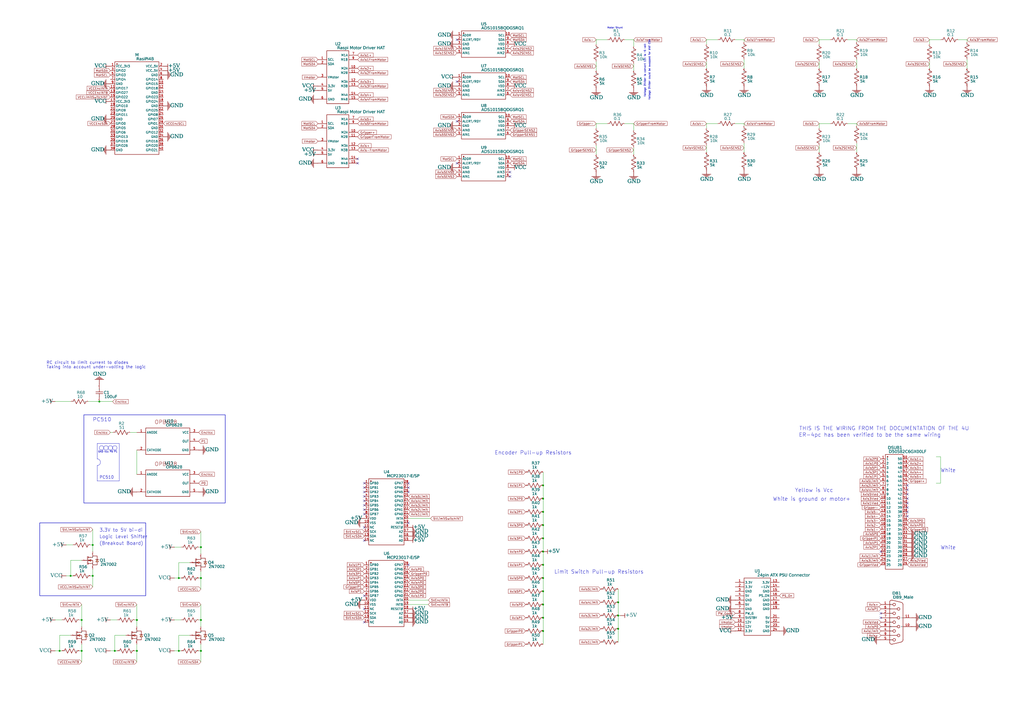
<source format=kicad_sch>
(kicad_sch (version 20250114) (generator "eeschema") (generator_version "9.0")
  (paper "User" 589.026 414.909)
  (title_block (title "ScorBot Driver") (company "Talos RIT") (comment 1 "Open Source "))
  (lib_symbols
    (symbol "+5V" (power) (pin_numbers (hide yes)) (pin_names (hide yes))
      (property "Value" "+5V" (at 0 -3.81 0))
      (symbol "+5V_0_0"
        (pin power_in line (at 0 0 270) (length 0) (name "+5V") (number "1"))
      )
    )
    (symbol "24pin ATX PSU Connector"
      (property "Reference" "U1" (at 6.096 37.8841 0))
      (property "Value" "24pin ATX PSU Connector" (at 6.096 35.5981 0))
      (symbol "24pin ATX PSU Connector_0_0"
        (pin unspecified line (at -5.08 30.48 0) (length 5.08) (name "3.3V") (number "1"))
        (pin unspecified line (at -5.08 27.94 0) (length 5.08) (name "3.3V") (number "2"))
        (pin unspecified line (at -5.08 25.4 0) (length 5.08) (name "GND") (number "3"))
        (pin unspecified line (at -5.08 22.86 0) (length 5.08) (name "5V") (number "4"))
        (pin unspecified line (at -5.08 20.32 0) (length 5.08) (name "GND") (number "5"))
        (pin unspecified line (at -5.08 17.78 0) (length 5.08) (name "5V") (number "6"))
        (pin unspecified line (at -5.08 15.24 0) (length 5.08) (name "GND") (number "7"))
        (pin unspecified line (at -5.08 12.7 0) (length 5.08) (name "PW_G") (number "8"))
        (pin unspecified line (at -5.08 10.16 0) (length 5.08) (name "5VSTBY") (number "9"))
        (pin unspecified line (at -5.08 7.62 0) (length 5.08) (name "12V") (number "10"))
        (pin unspecified line (at -5.08 5.08 0) (length 5.08) (name "12V") (number "11"))
        (pin unspecified line (at -5.08 2.54 0) (length 5.08) (name "3.3V") (number "12"))
        (pin unspecified line (at 20.32 30.48 180) (length 5.08) (name "3.3V") (number "13"))
        (pin unspecified line (at 20.32 27.94 180) (length 5.08) (name "-12V") (number "14"))
        (pin unspecified line (at 20.32 25.4 180) (length 5.08) (name "GND") (number "15"))
        (pin unspecified line (at 20.32 22.86 180) (length 5.08) (name "PS_ON") (number "16"))
        (pin unspecified line (at 20.32 20.32 180) (length 5.08) (name "GND") (number "17"))
        (pin unspecified line (at 20.32 17.78 180) (length 5.08) (name "GND") (number "18"))
        (pin unspecified line (at 20.32 15.24 180) (length 5.08) (name "GND") (number "19"))
        (pin unspecified line (at 20.32 10.16 180) (length 5.08) (name "5V") (number "21"))
        (pin unspecified line (at 20.32 7.62 180) (length 5.08) (name "5V") (number "22"))
        (pin unspecified line (at 20.32 5.08 180) (length 5.08) (name "5V") (number "23"))
        (pin unspecified line (at 20.32 2.54 180) (length 5.08) (name "GND") (number "24"))
      )
    )
    (symbol "2N7002"
      (property "Reference" "Q1" (at 6.604 0.9017 0))
      (property "Value" "2N7002" (at 6.604 -1.4097 0))
      (symbol "2N7002_0_0"
        (pin unspecified line (at -3.81 0 0) (length 2.54) (name "G") (number "1"))
        (pin unspecified line (at 2.54 5.08 270) (length 2.54) (name "D") (number "3"))
        (pin unspecified line (at 2.54 -5.08 90) (length 2.54) (name "S") (number "2"))
      )
    )
    (symbol "2N7002_1"
      (property "Reference" "Q2" (at 6.604 0.9017 0))
      (property "Value" "2N7002" (at 6.604 -1.4097 0))
      (symbol "2N7002_1_0_0"
        (pin unspecified line (at -3.81 0 0) (length 2.54) (name "G") (number "1"))
        (pin unspecified line (at 2.54 5.08 270) (length 2.54) (name "D") (number "3"))
        (pin unspecified line (at 2.54 -5.08 90) (length 2.54) (name "S") (number "2"))
      )
    )
    (symbol "2N7002_2"
      (property "Reference" "Q3" (at 6.604 0.9017 0))
      (property "Value" "2N7002" (at 6.604 -1.4097 0))
      (symbol "2N7002_2_0_0"
        (pin unspecified line (at -3.81 0 0) (length 2.54) (name "G") (number "1"))
        (pin unspecified line (at 2.54 5.08 270) (length 2.54) (name "D") (number "3"))
        (pin unspecified line (at 2.54 -5.08 90) (length 2.54) (name "S") (number "2"))
      )
    )
    (symbol "2N7002_3"
      (property "Reference" "Q4" (at 6.604 0.9017 0))
      (property "Value" "2N7002" (at 6.604 -1.4097 0))
      (symbol "2N7002_3_0_0"
        (pin unspecified line (at -3.81 0 0) (length 2.54) (name "G") (number "1"))
        (pin unspecified line (at 2.54 5.08 270) (length 2.54) (name "D") (number "3"))
        (pin unspecified line (at 2.54 -5.08 90) (length 2.54) (name "S") (number "2"))
      )
    )
    (symbol "2N7002_4"
      (property "Reference" "Q5" (at 6.604 0.9017 0))
      (property "Value" "2N7002" (at 6.604 -1.4097 0))
      (symbol "2N7002_4_0_0"
        (pin unspecified line (at -3.81 0 0) (length 2.54) (name "G") (number "1"))
        (pin unspecified line (at 2.54 5.08 270) (length 2.54) (name "D") (number "3"))
        (pin unspecified line (at 2.54 -5.08 90) (length 2.54) (name "S") (number "2"))
      )
    )
    (symbol "ADS1015BQDGSRQ1"
      (property "Reference" "U5" (at -1.4478 12.4079 0))
      (property "Value" "ADS1015BQDGSRQ1" (at -1.4478 10.1473 0))
      (symbol "ADS1015BQDGSRQ1_0_0"
        (pin unspecified line (at -15.24 5.08 0) (length 2.54) (name "ADDR") (number "1"))
        (pin unspecified line (at -15.24 2.54 0) (length 2.54) (name "ALERT/RDY") (number "2"))
        (pin unspecified line (at -15.24 0 0) (length 2.54) (name "GND") (number "3"))
        (pin unspecified line (at -15.24 -2.54 0) (length 2.54) (name "AIN0") (number "4"))
        (pin unspecified line (at -15.24 -5.08 0) (length 2.54) (name "AIN1") (number "5"))
        (pin unspecified line (at 15.24 5.08 180) (length 2.54) (name "SCL") (number "10"))
        (pin unspecified line (at 15.24 2.54 180) (length 2.54) (name "SDA") (number "9"))
        (pin unspecified line (at 15.24 0 180) (length 2.54) (name "VDD") (number "8"))
        (pin unspecified line (at 15.24 -2.54 180) (length 2.54) (name "AIN3") (number "7"))
        (pin unspecified line (at 15.24 -5.08 180) (length 2.54) (name "AIN2") (number "6"))
      )
    )
    (symbol "ADS1015BQDGSRQ1_1"
      (property "Reference" "U7" (at -1.4478 12.4079 0))
      (property "Value" "ADS1015BQDGSRQ1" (at -1.4478 10.1473 0))
      (symbol "ADS1015BQDGSRQ1_1_0_0"
        (pin unspecified line (at -15.24 5.08 0) (length 2.54) (name "ADDR") (number "1"))
        (pin unspecified line (at -15.24 2.54 0) (length 2.54) (name "ALERT/RDY") (number "2"))
        (pin unspecified line (at -15.24 0 0) (length 2.54) (name "GND") (number "3"))
        (pin unspecified line (at -15.24 -2.54 0) (length 2.54) (name "AIN0") (number "4"))
        (pin unspecified line (at -15.24 -5.08 0) (length 2.54) (name "AIN1") (number "5"))
        (pin unspecified line (at 15.24 5.08 180) (length 2.54) (name "SCL") (number "10"))
        (pin unspecified line (at 15.24 2.54 180) (length 2.54) (name "SDA") (number "9"))
        (pin unspecified line (at 15.24 0 180) (length 2.54) (name "VDD") (number "8"))
        (pin unspecified line (at 15.24 -2.54 180) (length 2.54) (name "AIN3") (number "7"))
        (pin unspecified line (at 15.24 -5.08 180) (length 2.54) (name "AIN2") (number "6"))
      )
    )
    (symbol "ADS1015BQDGSRQ1_2"
      (property "Reference" "U8" (at -1.4478 12.4079 0))
      (property "Value" "ADS1015BQDGSRQ1" (at -1.4478 10.1473 0))
      (symbol "ADS1015BQDGSRQ1_2_0_0"
        (pin unspecified line (at -15.24 5.08 0) (length 2.54) (name "ADDR") (number "1"))
        (pin unspecified line (at -15.24 2.54 0) (length 2.54) (name "ALERT/RDY") (number "2"))
        (pin unspecified line (at -15.24 0 0) (length 2.54) (name "GND") (number "3"))
        (pin unspecified line (at -15.24 -2.54 0) (length 2.54) (name "AIN0") (number "4"))
        (pin unspecified line (at -15.24 -5.08 0) (length 2.54) (name "AIN1") (number "5"))
        (pin unspecified line (at 15.24 5.08 180) (length 2.54) (name "SCL") (number "10"))
        (pin unspecified line (at 15.24 2.54 180) (length 2.54) (name "SDA") (number "9"))
        (pin unspecified line (at 15.24 0 180) (length 2.54) (name "VDD") (number "8"))
        (pin unspecified line (at 15.24 -2.54 180) (length 2.54) (name "AIN3") (number "7"))
        (pin unspecified line (at 15.24 -5.08 180) (length 2.54) (name "AIN2") (number "6"))
      )
    )
    (symbol "ADS1015BQDGSRQ1_3"
      (property "Reference" "U9" (at -1.4478 12.4079 0))
      (property "Value" "ADS1015BQDGSRQ1" (at -1.4478 10.1473 0))
      (symbol "ADS1015BQDGSRQ1_3_0_0"
        (pin unspecified line (at -15.24 5.08 0) (length 2.54) (name "ADDR") (number "1"))
        (pin unspecified line (at -15.24 2.54 0) (length 2.54) (name "ALERT/RDY") (number "2"))
        (pin unspecified line (at -15.24 0 0) (length 2.54) (name "GND") (number "3"))
        (pin unspecified line (at -15.24 -2.54 0) (length 2.54) (name "AIN0") (number "4"))
        (pin unspecified line (at -15.24 -5.08 0) (length 2.54) (name "AIN1") (number "5"))
        (pin unspecified line (at 15.24 5.08 180) (length 2.54) (name "SCL") (number "10"))
        (pin unspecified line (at 15.24 2.54 180) (length 2.54) (name "SDA") (number "9"))
        (pin unspecified line (at 15.24 0 180) (length 2.54) (name "VDD") (number "8"))
        (pin unspecified line (at 15.24 -2.54 180) (length 2.54) (name "AIN3") (number "7"))
        (pin unspecified line (at 15.24 -5.08 180) (length 2.54) (name "AIN2") (number "6"))
      )
    )
    (symbol "C_0603_US"
      (property "Reference" "C1" (at 2.54 0.8763 0))
      (property "Value" "100uF" (at 2.54 -1.4097 0))
      (symbol "C_0603_US_0_0"
        (pin unspecified line (at 0 5.08 270) (length 2.54) (name "2") (number "2"))
        (pin unspecified line (at 0 -5.08 90) (length 2.54) (name "1") (number "1"))
      )
    )
    (symbol "D50S82C6GX00LF"
      (property "Reference" "DSUB1" (at -3.6068 37.7825 0))
      (property "Value" "D50S82C6GX00LF" (at -3.6068 35.5727 0))
      (symbol "D50S82C6GX00LF_0_0"
        (pin unspecified line (at -7.62 30.48 0) (length 2.54) (name "1") (number "1"))
        (pin unspecified line (at -7.62 27.94 0) (length 2.54) (name "2") (number "2"))
        (pin unspecified line (at -7.62 25.4 0) (length 2.54) (name "3") (number "3"))
        (pin unspecified line (at -7.62 22.86 0) (length 2.54) (name "4") (number "4"))
        (pin unspecified line (at -7.62 20.32 0) (length 2.54) (name "5") (number "5"))
        (pin unspecified line (at -7.62 17.78 0) (length 2.54) (name "6") (number "6"))
        (pin unspecified line (at -7.62 15.24 0) (length 2.54) (name "7") (number "7"))
        (pin unspecified line (at -7.62 12.7 0) (length 2.54) (name "8") (number "8"))
        (pin unspecified line (at -7.62 10.16 0) (length 2.54) (name "9") (number "9"))
        (pin unspecified line (at -7.62 7.62 0) (length 2.54) (name "10") (number "10"))
        (pin unspecified line (at -7.62 5.08 0) (length 2.54) (name "11") (number "11"))
        (pin unspecified line (at -7.62 2.54 0) (length 2.54) (name "12") (number "12"))
        (pin unspecified line (at -7.62 0 0) (length 2.54) (name "13") (number "13"))
        (pin unspecified line (at -7.62 -2.54 0) (length 2.54) (name "14") (number "14"))
        (pin unspecified line (at -7.62 -5.08 0) (length 2.54) (name "15") (number "15"))
        (pin unspecified line (at -7.62 -7.62 0) (length 2.54) (name "16") (number "16"))
        (pin unspecified line (at -7.62 -10.16 0) (length 2.54) (name "17") (number "17"))
        (pin unspecified line (at -7.62 -12.7 0) (length 2.54) (name "18") (number "18"))
        (pin unspecified line (at -7.62 -15.24 0) (length 2.54) (name "19") (number "19"))
        (pin unspecified line (at -7.62 -17.78 0) (length 2.54) (name "20") (number "20"))
        (pin unspecified line (at -7.62 -20.32 0) (length 2.54) (name "21") (number "21"))
        (pin unspecified line (at -7.62 -22.86 0) (length 2.54) (name "22") (number "22"))
        (pin unspecified line (at -7.62 -25.4 0) (length 2.54) (name "23") (number "23"))
        (pin unspecified line (at -7.62 -27.94 0) (length 2.54) (name "24") (number "24"))
        (pin unspecified line (at -7.62 -30.48 0) (length 2.54) (name "25") (number "25"))
        (pin unspecified line (at 7.62 30.48 180) (length 2.54) (name "50") (number "50"))
        (pin unspecified line (at 7.62 27.94 180) (length 2.54) (name "49") (number "49"))
        (pin unspecified line (at 7.62 25.4 180) (length 2.54) (name "48") (number "48"))
        (pin unspecified line (at 7.62 22.86 180) (length 2.54) (name "47") (number "47"))
        (pin unspecified line (at 7.62 20.32 180) (length 2.54) (name "46") (number "46"))
        (pin unspecified line (at 7.62 17.78 180) (length 2.54) (name "45") (number "45"))
        (pin unspecified line (at 7.62 15.24 180) (length 2.54) (name "44") (number "44"))
        (pin unspecified line (at 7.62 12.7 180) (length 2.54) (name "43") (number "43"))
        (pin unspecified line (at 7.62 10.16 180) (length 2.54) (name "42") (number "42"))
        (pin unspecified line (at 7.62 7.62 180) (length 2.54) (name "41") (number "41"))
        (pin unspecified line (at 7.62 5.08 180) (length 2.54) (name "40") (number "40"))
        (pin unspecified line (at 7.62 2.54 180) (length 2.54) (name "39") (number "39"))
        (pin unspecified line (at 7.62 0 180) (length 2.54) (name "38") (number "38"))
        (pin unspecified line (at 7.62 -2.54 180) (length 2.54) (name "37") (number "37"))
        (pin unspecified line (at 7.62 -5.08 180) (length 2.54) (name "36") (number "36"))
        (pin unspecified line (at 7.62 -7.62 180) (length 2.54) (name "35") (number "35"))
        (pin unspecified line (at 7.62 -10.16 180) (length 2.54) (name "34") (number "34"))
        (pin unspecified line (at 7.62 -12.7 180) (length 2.54) (name "33") (number "33"))
        (pin unspecified line (at 7.62 -15.24 180) (length 2.54) (name "32") (number "32"))
        (pin unspecified line (at 7.62 -17.78 180) (length 2.54) (name "31") (number "31"))
        (pin unspecified line (at 7.62 -20.32 180) (length 2.54) (name "30") (number "30"))
        (pin unspecified line (at 7.62 -22.86 180) (length 2.54) (name "29") (number "29"))
        (pin unspecified line (at 7.62 -25.4 180) (length 2.54) (name "28") (number "28"))
        (pin unspecified line (at 7.62 -27.94 180) (length 2.54) (name "27") (number "27"))
        (pin unspecified line (at 7.62 -30.48 180) (length 2.54) (name "26") (number "26"))
      )
    )
    (symbol "DB9_Male"
      (property "Reference" "DB1" (at -2.286 17.4879 0))
      (property "Value" "DB9_Male" (at -2.286 15.2273 0))
      (symbol "DB9_Male_0_0"
        (pin input line (at -8.89 10.16 0) (length 5.08) (name "1") (number "1"))
        (pin input line (at -8.89 7.62 0) (length 5.08) (name "6") (number "6"))
        (pin input line (at -8.89 5.08 0) (length 5.08) (name "2") (number "2"))
        (pin input line (at -8.89 2.54 0) (length 5.08) (name "7") (number "7"))
        (pin input line (at -8.89 0 0) (length 5.08) (name "3") (number "3"))
        (pin input line (at -8.89 -2.54 0) (length 5.08) (name "8") (number "8"))
        (pin input line (at -8.89 -5.08 0) (length 5.08) (name "4") (number "4"))
        (pin input line (at -8.89 -7.62 0) (length 5.08) (name "9") (number "9"))
        (pin input line (at -8.89 -10.16 0) (length 5.08) (name "5") (number "5"))
        (pin input line (at 8.89 2.54 180) (length 5.08) (name "MH2") (number "11"))
        (pin input line (at 8.89 -2.54 180) (length 5.08) (name "MH1") (number "10"))
      )
    )
    (symbol "GND" (power) (pin_numbers (hide yes)) (pin_names (hide yes))
      (property "Value" "GND" (at 0 -6.35 0))
      (symbol "GND_0_0"
        (pin power_in line (at 0 0 270) (length 0) (name "GND") (number "1"))
      )
    )
    (symbol "MCP23017-E/SP"
      (property "Reference" "U6" (at -1.4986 23.8379 0))
      (property "Value" "MCP23017-E/SP" (at -1.4986 21.5773 0))
      (symbol "MCP23017-E/SP_0_0"
        (pin unspecified line (at -12.7 16.51 0) (length 2.54) (name "GPB0") (number "1"))
        (pin unspecified line (at -12.7 13.97 0) (length 2.54) (name "GPB1") (number "2"))
        (pin unspecified line (at -12.7 11.43 0) (length 2.54) (name "GPB2") (number "3"))
        (pin unspecified line (at -12.7 8.89 0) (length 2.54) (name "GPB3") (number "4"))
        (pin unspecified line (at -12.7 6.35 0) (length 2.54) (name "GPB4") (number "5"))
        (pin unspecified line (at -12.7 3.81 0) (length 2.54) (name "GPB5") (number "6"))
        (pin unspecified line (at -12.7 1.27 0) (length 2.54) (name "GPB6") (number "7"))
        (pin unspecified line (at -12.7 -1.27 0) (length 2.54) (name "GPB7") (number "8"))
        (pin unspecified line (at -12.7 -3.81 0) (length 2.54) (name "VDD") (number "9"))
        (pin unspecified line (at -12.7 -6.35 0) (length 2.54) (name "VSS") (number "10"))
        (pin unspecified line (at -12.7 -8.89 0) (length 2.54) (name "NC") (number "11"))
        (pin unspecified line (at -12.7 -11.43 0) (length 2.54) (name "SCK") (number "12"))
        (pin unspecified line (at -12.7 -13.97 0) (length 2.54) (name "SDA") (number "13"))
        (pin unspecified line (at -12.7 -16.51 0) (length 2.54) (name "NC") (number "14"))
        (pin unspecified line (at 12.7 16.51 180) (length 2.54) (name "GPA7") (number "28"))
        (pin unspecified line (at 12.7 13.97 180) (length 2.54) (name "GPA6") (number "27"))
        (pin unspecified line (at 12.7 11.43 180) (length 2.54) (name "GPA5") (number "26"))
        (pin unspecified line (at 12.7 8.89 180) (length 2.54) (name "GPA4") (number "25"))
        (pin unspecified line (at 12.7 6.35 180) (length 2.54) (name "GPA3") (number "24"))
        (pin unspecified line (at 12.7 3.81 180) (length 2.54) (name "GPA2") (number "23"))
        (pin unspecified line (at 12.7 1.27 180) (length 2.54) (name "GPA1") (number "22"))
        (pin unspecified line (at 12.7 -1.27 180) (length 2.54) (name "GPA0") (number "21"))
        (pin unspecified line (at 12.7 -3.81 180) (length 2.54) (name "INTA") (number "20"))
        (pin unspecified line (at 12.7 -6.35 180) (length 2.54) (name "INTB") (number "19"))
        (pin unspecified line (at 12.7 -8.89 180) (length 2.54) (name "RESET#") (number "18"))
        (pin unspecified line (at 12.7 -11.43 180) (length 2.54) (name "A2") (number "17"))
        (pin unspecified line (at 12.7 -13.97 180) (length 2.54) (name "A1") (number "16"))
        (pin unspecified line (at 12.7 -16.51 180) (length 2.54) (name "A0") (number "15"))
      )
    )
    (symbol "MCP23017-E/SP_1"
      (property "Reference" "U4" (at -1.4986 23.8379 0))
      (property "Value" "MCP23017-E/SP" (at -1.4986 21.5773 0))
      (symbol "MCP23017-E/SP_1_0_0"
        (pin unspecified line (at -12.7 16.51 0) (length 2.54) (name "GPB0") (number "1"))
        (pin unspecified line (at -12.7 13.97 0) (length 2.54) (name "GPB1") (number "2"))
        (pin unspecified line (at -12.7 11.43 0) (length 2.54) (name "GPB2") (number "3"))
        (pin unspecified line (at -12.7 8.89 0) (length 2.54) (name "GPB3") (number "4"))
        (pin unspecified line (at -12.7 6.35 0) (length 2.54) (name "GPB4") (number "5"))
        (pin unspecified line (at -12.7 3.81 0) (length 2.54) (name "GPB5") (number "6"))
        (pin unspecified line (at -12.7 1.27 0) (length 2.54) (name "GPB6") (number "7"))
        (pin unspecified line (at -12.7 -1.27 0) (length 2.54) (name "GPB7") (number "8"))
        (pin unspecified line (at -12.7 -3.81 0) (length 2.54) (name "VDD") (number "9"))
        (pin unspecified line (at -12.7 -6.35 0) (length 2.54) (name "VSS") (number "10"))
        (pin unspecified line (at -12.7 -8.89 0) (length 2.54) (name "NC") (number "11"))
        (pin unspecified line (at -12.7 -11.43 0) (length 2.54) (name "SCK") (number "12"))
        (pin unspecified line (at -12.7 -13.97 0) (length 2.54) (name "SDA") (number "13"))
        (pin unspecified line (at -12.7 -16.51 0) (length 2.54) (name "NC") (number "14"))
        (pin unspecified line (at 12.7 16.51 180) (length 2.54) (name "GPA7") (number "28"))
        (pin unspecified line (at 12.7 13.97 180) (length 2.54) (name "GPA6") (number "27"))
        (pin unspecified line (at 12.7 11.43 180) (length 2.54) (name "GPA5") (number "26"))
        (pin unspecified line (at 12.7 8.89 180) (length 2.54) (name "GPA4") (number "25"))
        (pin unspecified line (at 12.7 6.35 180) (length 2.54) (name "GPA3") (number "24"))
        (pin unspecified line (at 12.7 3.81 180) (length 2.54) (name "GPA2") (number "23"))
        (pin unspecified line (at 12.7 1.27 180) (length 2.54) (name "GPA1") (number "22"))
        (pin unspecified line (at 12.7 -1.27 180) (length 2.54) (name "GPA0") (number "21"))
        (pin unspecified line (at 12.7 -3.81 180) (length 2.54) (name "INTA") (number "20"))
        (pin unspecified line (at 12.7 -6.35 180) (length 2.54) (name "INTB") (number "19"))
        (pin unspecified line (at 12.7 -8.89 180) (length 2.54) (name "RESET#") (number "18"))
        (pin unspecified line (at 12.7 -11.43 180) (length 2.54) (name "A2") (number "17"))
        (pin unspecified line (at 12.7 -13.97 180) (length 2.54) (name "A1") (number "16"))
        (pin unspecified line (at 12.7 -16.51 180) (length 2.54) (name "A0") (number "15"))
      )
    )
    (symbol "OPB628"
      (property "Reference" "U10" (at -1.4986 12.4333 0))
      (property "Value" "OPB628" (at -1.4986 10.1473 0))
      (symbol "OPB628_0_0"
        (text "OPB628" (at -7.62 12.3317 0) (effects (font (size 2.1717 2.1717)) (justify left top)))
        (pin unspecified line (at -17.78 5.08 0) (length 5.08) (name "ANODE") (number "1"))
        (pin unspecified line (at -17.78 -5.08 0) (length 5.08) (name "CATHODE") (number "2"))
        (pin unspecified line (at 17.78 5.08 180) (length 5.08) (name "VCC") (number "3"))
        (pin unspecified line (at 17.78 0 180) (length 5.08) (name "OUT") (number "4"))
        (pin unspecified line (at 17.78 -5.08 180) (length 5.08) (name "GND") (number "5"))
      )
    )
    (symbol "OPB628_1"
      (property "Reference" "U11" (at -1.4986 12.4333 0))
      (property "Value" "OPB628" (at -1.4986 10.1473 0))
      (symbol "OPB628_1_0_0"
        (text "OPB628" (at -7.62 12.3317 0) (effects (font (size 2.1717 2.1717)) (justify left top)))
        (pin unspecified line (at -17.78 5.08 0) (length 5.08) (name "ANODE") (number "1"))
        (pin unspecified line (at -17.78 -5.08 0) (length 5.08) (name "CATHODE") (number "2"))
        (pin unspecified line (at 17.78 5.08 180) (length 5.08) (name "VCC") (number "3"))
        (pin unspecified line (at 17.78 0 180) (length 5.08) (name "OUT") (number "4"))
        (pin unspecified line (at 17.78 -5.08 180) (length 5.08) (name "GND") (number "5"))
      )
    )
    (symbol "R_0603_US"
      (property "Reference" "R2" (at -1.4986 6.0071 0))
      (property "Value" "51" (at -1.4986 3.7211 0))
      (symbol "R_0603_US_0_0"
        (pin unspecified line (at -5.08 0 0) (length 1.27) (name "1") (number "1"))
        (pin unspecified line (at 5.08 0 180) (length 1.27) (name "2") (number "2"))
      )
    )
    (symbol "R_0603_US_1"
      (property "Reference" "R1" (at -1.4986 5.9055 0))
      (property "Value" "0.1" (at -1.4986 3.7211 0))
      (symbol "R_0603_US_1_0_0"
        (pin unspecified line (at -5.08 0 0) (length 1.27) (name "1") (number "1"))
        (pin unspecified line (at 5.08 0 180) (length 1.27) (name "2") (number "2"))
      )
    )
    (symbol "R_0603_US_10"
      (property "Reference" "R11" (at -1.4986 5.9055 0))
      (property "Value" "0.1" (at -1.4986 3.7211 0))
      (symbol "R_0603_US_10_0_0"
        (pin unspecified line (at -5.08 0 0) (length 1.27) (name "1") (number "1"))
        (pin unspecified line (at 5.08 0 180) (length 1.27) (name "2") (number "2"))
      )
    )
    (symbol "R_0603_US_11"
      (property "Reference" "R12" (at -1.4986 5.9055 0))
      (property "Value" "0.1" (at -1.4986 3.7211 0))
      (symbol "R_0603_US_11_0_0"
        (pin unspecified line (at -5.08 0 0) (length 1.27) (name "1") (number "1"))
        (pin unspecified line (at 5.08 0 180) (length 1.27) (name "2") (number "2"))
      )
    )
    (symbol "R_0603_US_12"
      (property "Reference" "R13" (at 1.778 0.8509 0))
      (property "Value" "10k" (at 1.778 -1.3589 0))
      (symbol "R_0603_US_12_0_0"
        (pin unspecified line (at 0 5.08 270) (length 1.27) (name "2") (number "2"))
        (pin unspecified line (at 0 -5.08 90) (length 1.27) (name "1") (number "1"))
      )
    )
    (symbol "R_0603_US_13"
      (property "Reference" "R14" (at 1.778 0.8509 0))
      (property "Value" "10k" (at 1.778 -1.3589 0))
      (symbol "R_0603_US_13_0_0"
        (pin unspecified line (at 0 5.08 270) (length 1.27) (name "2") (number "2"))
        (pin unspecified line (at 0 -5.08 90) (length 1.27) (name "1") (number "1"))
      )
    )
    (symbol "R_0603_US_14"
      (property "Reference" "R15" (at 1.778 0.8509 0))
      (property "Value" "5k" (at 1.778 -1.3589 0))
      (symbol "R_0603_US_14_0_0"
        (pin unspecified line (at 0 5.08 270) (length 1.27) (name "2") (number "2"))
        (pin unspecified line (at 0 -5.08 90) (length 1.27) (name "1") (number "1"))
      )
    )
    (symbol "R_0603_US_15"
      (property "Reference" "R16" (at 1.778 0.8509 0))
      (property "Value" "5k" (at 1.778 -1.3589 0))
      (symbol "R_0603_US_15_0_0"
        (pin unspecified line (at 0 5.08 270) (length 1.27) (name "2") (number "2"))
        (pin unspecified line (at 0 -5.08 90) (length 1.27) (name "1") (number "1"))
      )
    )
    (symbol "R_0603_US_16"
      (property "Reference" "R17" (at 1.778 0.8509 0))
      (property "Value" "5k" (at 1.778 -1.3589 0))
      (symbol "R_0603_US_16_0_0"
        (pin unspecified line (at 0 5.08 270) (length 1.27) (name "2") (number "2"))
        (pin unspecified line (at 0 -5.08 90) (length 1.27) (name "1") (number "1"))
      )
    )
    (symbol "R_0603_US_17"
      (property "Reference" "R18" (at 1.778 0.8509 0))
      (property "Value" "5k" (at 1.778 -1.3589 0))
      (symbol "R_0603_US_17_0_0"
        (pin unspecified line (at 0 5.08 270) (length 1.27) (name "2") (number "2"))
        (pin unspecified line (at 0 -5.08 90) (length 1.27) (name "1") (number "1"))
      )
    )
    (symbol "R_0603_US_18"
      (property "Reference" "R19" (at 1.778 0.8509 0))
      (property "Value" "10k" (at 1.778 -1.3589 0))
      (symbol "R_0603_US_18_0_0"
        (pin unspecified line (at 0 5.08 270) (length 1.27) (name "2") (number "2"))
        (pin unspecified line (at 0 -5.08 90) (length 1.27) (name "1") (number "1"))
      )
    )
    (symbol "R_0603_US_19"
      (property "Reference" "R20" (at 1.778 0.8509 0))
      (property "Value" "10k" (at 1.778 -1.3589 0))
      (symbol "R_0603_US_19_0_0"
        (pin unspecified line (at 0 5.08 270) (length 1.27) (name "2") (number "2"))
        (pin unspecified line (at 0 -5.08 90) (length 1.27) (name "1") (number "1"))
      )
    )
    (symbol "R_0603_US_2"
      (property "Reference" "R3" (at 1.778 0.8509 0))
      (property "Value" "10k" (at 1.778 -1.3589 0))
      (symbol "R_0603_US_2_0_0"
        (pin unspecified line (at 0 5.08 270) (length 1.27) (name "2") (number "2"))
        (pin unspecified line (at 0 -5.08 90) (length 1.27) (name "1") (number "1"))
      )
    )
    (symbol "R_0603_US_20"
      (property "Reference" "R21" (at -1.4986 5.9055 0))
      (property "Value" "0.1" (at -1.4986 3.7211 0))
      (symbol "R_0603_US_20_0_0"
        (pin unspecified line (at -5.08 0 0) (length 1.27) (name "1") (number "1"))
        (pin unspecified line (at 5.08 0 180) (length 1.27) (name "2") (number "2"))
      )
    )
    (symbol "R_0603_US_21"
      (property "Reference" "R22" (at -1.4986 5.9055 0))
      (property "Value" "0.1" (at -1.4986 3.7211 0))
      (symbol "R_0603_US_21_0_0"
        (pin unspecified line (at -5.08 0 0) (length 1.27) (name "1") (number "1"))
        (pin unspecified line (at 5.08 0 180) (length 1.27) (name "2") (number "2"))
      )
    )
    (symbol "R_0603_US_22"
      (property "Reference" "R23" (at 1.778 0.8509 0))
      (property "Value" "10k" (at 1.778 -1.3589 0))
      (symbol "R_0603_US_22_0_0"
        (pin unspecified line (at 0 5.08 270) (length 1.27) (name "2") (number "2"))
        (pin unspecified line (at 0 -5.08 90) (length 1.27) (name "1") (number "1"))
      )
    )
    (symbol "R_0603_US_23"
      (property "Reference" "R24" (at 1.778 0.8509 0))
      (property "Value" "10k" (at 1.778 -1.3589 0))
      (symbol "R_0603_US_23_0_0"
        (pin unspecified line (at 0 5.08 270) (length 1.27) (name "2") (number "2"))
        (pin unspecified line (at 0 -5.08 90) (length 1.27) (name "1") (number "1"))
      )
    )
    (symbol "R_0603_US_24"
      (property "Reference" "R25" (at 1.778 0.8509 0))
      (property "Value" "1k" (at 1.778 -1.3589 0))
      (symbol "R_0603_US_24_0_0"
        (pin unspecified line (at 0 5.08 270) (length 1.27) (name "2") (number "2"))
        (pin unspecified line (at 0 -5.08 90) (length 1.27) (name "1") (number "1"))
      )
    )
    (symbol "R_0603_US_25"
      (property "Reference" "R26" (at 1.778 0.8509 0))
      (property "Value" "1k" (at 1.778 -1.3589 0))
      (symbol "R_0603_US_25_0_0"
        (pin unspecified line (at 0 5.08 270) (length 1.27) (name "2") (number "2"))
        (pin unspecified line (at 0 -5.08 90) (length 1.27) (name "1") (number "1"))
      )
    )
    (symbol "R_0603_US_26"
      (property "Reference" "R27" (at -1.4986 5.9055 0))
      (property "Value" "0.1" (at -1.4986 3.7211 0))
      (symbol "R_0603_US_26_0_0"
        (pin unspecified line (at -5.08 0 0) (length 1.27) (name "1") (number "1"))
        (pin unspecified line (at 5.08 0 180) (length 1.27) (name "2") (number "2"))
      )
    )
    (symbol "R_0603_US_27"
      (property "Reference" "R28" (at 1.778 0.8509 0))
      (property "Value" "10k" (at 1.778 -1.3589 0))
      (symbol "R_0603_US_27_0_0"
        (pin unspecified line (at 0 5.08 270) (length 1.27) (name "2") (number "2"))
        (pin unspecified line (at 0 -5.08 90) (length 1.27) (name "1") (number "1"))
      )
    )
    (symbol "R_0603_US_28"
      (property "Reference" "R29" (at 1.778 0.8509 0))
      (property "Value" "10k" (at 1.778 -1.3589 0))
      (symbol "R_0603_US_28_0_0"
        (pin unspecified line (at 0 5.08 270) (length 1.27) (name "2") (number "2"))
        (pin unspecified line (at 0 -5.08 90) (length 1.27) (name "1") (number "1"))
      )
    )
    (symbol "R_0603_US_29"
      (property "Reference" "R30" (at 1.778 0.8509 0))
      (property "Value" "1k" (at 1.778 -1.3589 0))
      (symbol "R_0603_US_29_0_0"
        (pin unspecified line (at 0 5.08 270) (length 1.27) (name "2") (number "2"))
        (pin unspecified line (at 0 -5.08 90) (length 1.27) (name "1") (number "1"))
      )
    )
    (symbol "R_0603_US_3"
      (property "Reference" "R4" (at 1.778 0.8509 0))
      (property "Value" "10k" (at 1.778 -1.3589 0))
      (symbol "R_0603_US_3_0_0"
        (pin unspecified line (at 0 5.08 270) (length 1.27) (name "2") (number "2"))
        (pin unspecified line (at 0 -5.08 90) (length 1.27) (name "1") (number "1"))
      )
    )
    (symbol "R_0603_US_30"
      (property "Reference" "R31" (at 1.778 0.8509 0))
      (property "Value" "1k" (at 1.778 -1.3589 0))
      (symbol "R_0603_US_30_0_0"
        (pin unspecified line (at 0 5.08 270) (length 1.27) (name "2") (number "2"))
        (pin unspecified line (at 0 -5.08 90) (length 1.27) (name "1") (number "1"))
      )
    )
    (symbol "R_0603_US_31"
      (property "Reference" "R32" (at 1.778 0.8509 0))
      (property "Value" "1k" (at 1.778 -1.3589 0))
      (symbol "R_0603_US_31_0_0"
        (pin unspecified line (at 0 5.08 270) (length 1.27) (name "2") (number "2"))
        (pin unspecified line (at 0 -5.08 90) (length 1.27) (name "1") (number "1"))
      )
    )
    (symbol "R_0603_US_32"
      (property "Reference" "R33" (at 1.778 0.8509 0))
      (property "Value" "1k" (at 1.778 -1.3589 0))
      (symbol "R_0603_US_32_0_0"
        (pin unspecified line (at 0 5.08 270) (length 1.27) (name "2") (number "2"))
        (pin unspecified line (at 0 -5.08 90) (length 1.27) (name "1") (number "1"))
      )
    )
    (symbol "R_0603_US_33"
      (property "Reference" "R34" (at 1.778 0.8509 0))
      (property "Value" "10k" (at 1.778 -1.3589 0))
      (symbol "R_0603_US_33_0_0"
        (pin unspecified line (at 0 5.08 270) (length 1.27) (name "2") (number "2"))
        (pin unspecified line (at 0 -5.08 90) (length 1.27) (name "1") (number "1"))
      )
    )
    (symbol "R_0603_US_34"
      (property "Reference" "R35" (at 1.778 0.8509 0))
      (property "Value" "10k" (at 1.778 -1.3589 0))
      (symbol "R_0603_US_34_0_0"
        (pin unspecified line (at 0 5.08 270) (length 1.27) (name "2") (number "2"))
        (pin unspecified line (at 0 -5.08 90) (length 1.27) (name "1") (number "1"))
      )
    )
    (symbol "R_0603_US_35"
      (property "Reference" "R36" (at -1.4986 5.9055 0))
      (property "Value" "0.1" (at -1.4986 3.7211 0))
      (symbol "R_0603_US_35_0_0"
        (pin unspecified line (at -5.08 0 0) (length 1.27) (name "1") (number "1"))
        (pin unspecified line (at 5.08 0 180) (length 1.27) (name "2") (number "2"))
      )
    )
    (symbol "R_0603_US_36"
      (property "Reference" "R37" (at -1.4986 6.0071 0))
      (property "Value" "1k" (at -1.4986 3.7211 0))
      (symbol "R_0603_US_36_0_0"
        (pin unspecified line (at -5.08 0 0) (length 1.27) (name "1") (number "1"))
        (pin unspecified line (at 5.08 0 180) (length 1.27) (name "2") (number "2"))
      )
    )
    (symbol "R_0603_US_37"
      (property "Reference" "R38" (at -1.4986 6.0071 0))
      (property "Value" "1k" (at -1.4986 3.7211 0))
      (symbol "R_0603_US_37_0_0"
        (pin unspecified line (at -5.08 0 0) (length 1.27) (name "1") (number "1"))
        (pin unspecified line (at 5.08 0 180) (length 1.27) (name "2") (number "2"))
      )
    )
    (symbol "R_0603_US_38"
      (property "Reference" "R39" (at -1.4986 6.0071 0))
      (property "Value" "1k" (at -1.4986 3.7211 0))
      (symbol "R_0603_US_38_0_0"
        (pin unspecified line (at -5.08 0 0) (length 1.27) (name "1") (number "1"))
        (pin unspecified line (at 5.08 0 180) (length 1.27) (name "2") (number "2"))
      )
    )
    (symbol "R_0603_US_39"
      (property "Reference" "R40" (at -1.4986 6.0071 0))
      (property "Value" "1k" (at -1.4986 3.7211 0))
      (symbol "R_0603_US_39_0_0"
        (pin unspecified line (at -5.08 0 0) (length 1.27) (name "1") (number "1"))
        (pin unspecified line (at 5.08 0 180) (length 1.27) (name "2") (number "2"))
      )
    )
    (symbol "R_0603_US_4"
      (property "Reference" "R5" (at 1.778 0.8509 0))
      (property "Value" "5k" (at 1.778 -1.3589 0))
      (symbol "R_0603_US_4_0_0"
        (pin unspecified line (at 0 5.08 270) (length 1.27) (name "2") (number "2"))
        (pin unspecified line (at 0 -5.08 90) (length 1.27) (name "1") (number "1"))
      )
    )
    (symbol "R_0603_US_40"
      (property "Reference" "R41" (at -1.4986 6.0071 0))
      (property "Value" "1k" (at -1.4986 3.7211 0))
      (symbol "R_0603_US_40_0_0"
        (pin unspecified line (at -5.08 0 0) (length 1.27) (name "1") (number "1"))
        (pin unspecified line (at 5.08 0 180) (length 1.27) (name "2") (number "2"))
      )
    )
    (symbol "R_0603_US_41"
      (property "Reference" "R42" (at -1.4986 6.0071 0))
      (property "Value" "1k" (at -1.4986 3.7211 0))
      (symbol "R_0603_US_41_0_0"
        (pin unspecified line (at -5.08 0 0) (length 1.27) (name "1") (number "1"))
        (pin unspecified line (at 5.08 0 180) (length 1.27) (name "2") (number "2"))
      )
    )
    (symbol "R_0603_US_42"
      (property "Reference" "R43" (at -1.4986 6.0071 0))
      (property "Value" "1k" (at -1.4986 3.7211 0))
      (symbol "R_0603_US_42_0_0"
        (pin unspecified line (at -5.08 0 0) (length 1.27) (name "1") (number "1"))
        (pin unspecified line (at 5.08 0 180) (length 1.27) (name "2") (number "2"))
      )
    )
    (symbol "R_0603_US_43"
      (property "Reference" "R44" (at -1.4986 6.0071 0))
      (property "Value" "1k" (at -1.4986 3.7211 0))
      (symbol "R_0603_US_43_0_0"
        (pin unspecified line (at -5.08 0 0) (length 1.27) (name "1") (number "1"))
        (pin unspecified line (at 5.08 0 180) (length 1.27) (name "2") (number "2"))
      )
    )
    (symbol "R_0603_US_44"
      (property "Reference" "R45" (at -1.4986 6.0071 0))
      (property "Value" "1k" (at -1.4986 3.7211 0))
      (symbol "R_0603_US_44_0_0"
        (pin unspecified line (at -5.08 0 0) (length 1.27) (name "1") (number "1"))
        (pin unspecified line (at 5.08 0 180) (length 1.27) (name "2") (number "2"))
      )
    )
    (symbol "R_0603_US_45"
      (property "Reference" "R46" (at -1.4986 6.0071 0))
      (property "Value" "1k" (at -1.4986 3.7211 0))
      (symbol "R_0603_US_45_0_0"
        (pin unspecified line (at -5.08 0 0) (length 1.27) (name "1") (number "1"))
        (pin unspecified line (at 5.08 0 180) (length 1.27) (name "2") (number "2"))
      )
    )
    (symbol "R_0603_US_46"
      (property "Reference" "R47" (at -1.4986 6.0071 0))
      (property "Value" "1k" (at -1.4986 3.7211 0))
      (symbol "R_0603_US_46_0_0"
        (pin unspecified line (at -5.08 0 0) (length 1.27) (name "1") (number "1"))
        (pin unspecified line (at 5.08 0 180) (length 1.27) (name "2") (number "2"))
      )
    )
    (symbol "R_0603_US_47"
      (property "Reference" "R48" (at -1.4986 6.0071 0))
      (property "Value" "1k" (at -1.4986 3.7211 0))
      (symbol "R_0603_US_47_0_0"
        (pin unspecified line (at -5.08 0 0) (length 1.27) (name "1") (number "1"))
        (pin unspecified line (at 5.08 0 180) (length 1.27) (name "2") (number "2"))
      )
    )
    (symbol "R_0603_US_48"
      (property "Reference" "R49" (at -1.4986 6.0071 0))
      (property "Value" "1k" (at -1.4986 3.7211 0))
      (symbol "R_0603_US_48_0_0"
        (pin unspecified line (at -5.08 0 0) (length 1.27) (name "1") (number "1"))
        (pin unspecified line (at 5.08 0 180) (length 1.27) (name "2") (number "2"))
      )
    )
    (symbol "R_0603_US_49"
      (property "Reference" "R50" (at -1.4986 6.0071 0))
      (property "Value" "1k" (at -1.4986 3.7211 0))
      (symbol "R_0603_US_49_0_0"
        (pin unspecified line (at -5.08 0 0) (length 1.27) (name "1") (number "1"))
        (pin unspecified line (at 5.08 0 180) (length 1.27) (name "2") (number "2"))
      )
    )
    (symbol "R_0603_US_5"
      (property "Reference" "R6" (at 1.778 0.8509 0))
      (property "Value" "5k" (at 1.778 -1.3589 0))
      (symbol "R_0603_US_5_0_0"
        (pin unspecified line (at 0 5.08 270) (length 1.27) (name "2") (number "2"))
        (pin unspecified line (at 0 -5.08 90) (length 1.27) (name "1") (number "1"))
      )
    )
    (symbol "R_0603_US_50"
      (property "Reference" "R51" (at -1.4986 6.0071 0))
      (property "Value" "1k" (at -1.4986 3.7211 0))
      (symbol "R_0603_US_50_0_0"
        (pin unspecified line (at -5.08 0 0) (length 1.27) (name "1") (number "1"))
        (pin unspecified line (at 5.08 0 180) (length 1.27) (name "2") (number "2"))
      )
    )
    (symbol "R_0603_US_51"
      (property "Reference" "R52" (at -1.4986 6.0071 0))
      (property "Value" "1k" (at -1.4986 3.7211 0))
      (symbol "R_0603_US_51_0_0"
        (pin unspecified line (at -5.08 0 0) (length 1.27) (name "1") (number "1"))
        (pin unspecified line (at 5.08 0 180) (length 1.27) (name "2") (number "2"))
      )
    )
    (symbol "R_0603_US_52"
      (property "Reference" "R53" (at -1.4986 6.0071 0))
      (property "Value" "1k" (at -1.4986 3.7211 0))
      (symbol "R_0603_US_52_0_0"
        (pin unspecified line (at -5.08 0 0) (length 1.27) (name "1") (number "1"))
        (pin unspecified line (at 5.08 0 180) (length 1.27) (name "2") (number "2"))
      )
    )
    (symbol "R_0603_US_53"
      (property "Reference" "R54" (at -1.4986 6.0071 0))
      (property "Value" "1k" (at -1.4986 3.7211 0))
      (symbol "R_0603_US_53_0_0"
        (pin unspecified line (at -5.08 0 0) (length 1.27) (name "1") (number "1"))
        (pin unspecified line (at 5.08 0 180) (length 1.27) (name "2") (number "2"))
      )
    )
    (symbol "R_0603_US_54"
      (property "Reference" "R55" (at -1.4986 6.0071 0))
      (property "Value" "1k" (at -1.4986 3.7211 0))
      (symbol "R_0603_US_54_0_0"
        (pin unspecified line (at -5.08 0 0) (length 1.27) (name "1") (number "1"))
        (pin unspecified line (at 5.08 0 180) (length 1.27) (name "2") (number "2"))
      )
    )
    (symbol "R_0603_US_55"
      (property "Reference" "R56" (at -1.4986 6.0071 0))
      (property "Value" "1k" (at -1.4986 3.7211 0))
      (symbol "R_0603_US_55_0_0"
        (pin unspecified line (at -5.08 0 0) (length 1.27) (name "1") (number "1"))
        (pin unspecified line (at 5.08 0 180) (length 1.27) (name "2") (number "2"))
      )
    )
    (symbol "R_0603_US_56"
      (property "Reference" "R57" (at -1.4986 6.0071 0))
      (property "Value" "1k" (at -1.4986 3.7211 0))
      (symbol "R_0603_US_56_0_0"
        (pin unspecified line (at -5.08 0 0) (length 1.27) (name "1") (number "1"))
        (pin unspecified line (at 5.08 0 180) (length 1.27) (name "2") (number "2"))
      )
    )
    (symbol "R_0603_US_57"
      (property "Reference" "R58" (at -1.4986 6.0071 0))
      (property "Value" "1k" (at -1.4986 3.7211 0))
      (symbol "R_0603_US_57_0_0"
        (pin unspecified line (at -5.08 0 0) (length 1.27) (name "1") (number "1"))
        (pin unspecified line (at 5.08 0 180) (length 1.27) (name "2") (number "2"))
      )
    )
    (symbol "R_0603_US_58"
      (property "Reference" "R59" (at -1.4986 6.0071 0))
      (property "Value" "1k" (at -1.4986 3.7211 0))
      (symbol "R_0603_US_58_0_0"
        (pin unspecified line (at -5.08 0 0) (length 1.27) (name "1") (number "1"))
        (pin unspecified line (at 5.08 0 180) (length 1.27) (name "2") (number "2"))
      )
    )
    (symbol "R_0603_US_59"
      (property "Reference" "R60" (at -1.4986 6.0071 0))
      (property "Value" "1k" (at -1.4986 3.7211 0))
      (symbol "R_0603_US_59_0_0"
        (pin unspecified line (at -5.08 0 0) (length 1.27) (name "1") (number "1"))
        (pin unspecified line (at 5.08 0 180) (length 1.27) (name "2") (number "2"))
      )
    )
    (symbol "R_0603_US_6"
      (property "Reference" "R7" (at 1.778 0.8509 0))
      (property "Value" "5k" (at 1.778 -1.3589 0))
      (symbol "R_0603_US_6_0_0"
        (pin unspecified line (at 0 5.08 270) (length 1.27) (name "2") (number "2"))
        (pin unspecified line (at 0 -5.08 90) (length 1.27) (name "1") (number "1"))
      )
    )
    (symbol "R_0603_US_60"
      (property "Reference" "R61" (at -1.4986 6.0071 0))
      (property "Value" "1k" (at -1.4986 3.7211 0))
      (symbol "R_0603_US_60_0_0"
        (pin unspecified line (at -5.08 0 0) (length 1.27) (name "1") (number "1"))
        (pin unspecified line (at 5.08 0 180) (length 1.27) (name "2") (number "2"))
      )
    )
    (symbol "R_0603_US_61"
      (property "Reference" "R62" (at -1.4986 6.0071 0))
      (property "Value" "1k" (at -1.4986 3.7211 0))
      (symbol "R_0603_US_61_0_0"
        (pin unspecified line (at -5.08 0 0) (length 1.27) (name "1") (number "1"))
        (pin unspecified line (at 5.08 0 180) (length 1.27) (name "2") (number "2"))
      )
    )
    (symbol "R_0603_US_62"
      (property "Reference" "R63" (at -1.4986 6.0071 0))
      (property "Value" "1k" (at -1.4986 3.7211 0))
      (symbol "R_0603_US_62_0_0"
        (pin unspecified line (at -5.08 0 0) (length 1.27) (name "1") (number "1"))
        (pin unspecified line (at 5.08 0 180) (length 1.27) (name "2") (number "2"))
      )
    )
    (symbol "R_0603_US_63"
      (property "Reference" "R64" (at -1.4986 6.0071 0))
      (property "Value" "1k" (at -1.4986 3.7211 0))
      (symbol "R_0603_US_63_0_0"
        (pin unspecified line (at -5.08 0 0) (length 1.27) (name "1") (number "1"))
        (pin unspecified line (at 5.08 0 180) (length 1.27) (name "2") (number "2"))
      )
    )
    (symbol "R_0603_US_64"
      (property "Reference" "R65" (at -1.4986 6.0071 0))
      (property "Value" "1k" (at -1.4986 3.7211 0))
      (symbol "R_0603_US_64_0_0"
        (pin unspecified line (at -5.08 0 0) (length 1.27) (name "1") (number "1"))
        (pin unspecified line (at 5.08 0 180) (length 1.27) (name "2") (number "2"))
      )
    )
    (symbol "R_0603_US_65"
      (property "Reference" "R68" (at -1.4986 6.0071 0))
      (property "Value" "10" (at -1.4986 3.7211 0))
      (symbol "R_0603_US_65_0_0"
        (pin unspecified line (at -5.08 0 0) (length 1.27) (name "1") (number "1"))
        (pin unspecified line (at 5.08 0 180) (length 1.27) (name "2") (number "2"))
      )
    )
    (symbol "R_0603_US_7"
      (property "Reference" "R8" (at 1.778 0.8509 0))
      (property "Value" "5k" (at 1.778 -1.3589 0))
      (symbol "R_0603_US_7_0_0"
        (pin unspecified line (at 0 5.08 270) (length 1.27) (name "2") (number "2"))
        (pin unspecified line (at 0 -5.08 90) (length 1.27) (name "1") (number "1"))
      )
    )
    (symbol "R_0603_US_8"
      (property "Reference" "R9" (at 1.778 0.8509 0))
      (property "Value" "10k" (at 1.778 -1.3589 0))
      (symbol "R_0603_US_8_0_0"
        (pin unspecified line (at 0 5.08 270) (length 1.27) (name "2") (number "2"))
        (pin unspecified line (at 0 -5.08 90) (length 1.27) (name "1") (number "1"))
      )
    )
    (symbol "R_0603_US_9"
      (property "Reference" "R10" (at 1.778 0.8509 0))
      (property "Value" "10k" (at 1.778 -1.3589 0))
      (symbol "R_0603_US_9_0_0"
        (pin unspecified line (at 0 5.08 270) (length 1.27) (name "2") (number "2"))
        (pin unspecified line (at 0 -5.08 90) (length 1.27) (name "1") (number "1"))
      )
    )
    (symbol "RasiPi4B"
      (property "Reference" "M" (at -0.9652 31.4579 0))
      (property "Value" "RasiPi4B" (at -0.9652 29.1973 0))
      (symbol "RasiPi4B_0_0"
        (pin unspecified line (at -15.24 24.13 0) (length 2.54) (name "VCC_3V3") (number "1"))
        (pin unspecified line (at -15.24 21.59 0) (length 2.54) (name "GPIO2") (number "3"))
        (pin unspecified line (at -15.24 19.05 0) (length 2.54) (name "GPIO3") (number "5"))
        (pin unspecified line (at -15.24 16.51 0) (length 2.54) (name "GPIO4") (number "7"))
        (pin unspecified line (at -15.24 13.97 0) (length 2.54) (name "GND") (number "9"))
        (pin unspecified line (at -15.24 11.43 0) (length 2.54) (name "GPIO17") (number "11"))
        (pin unspecified line (at -15.24 8.89 0) (length 2.54) (name "GPIO27") (number "13"))
        (pin unspecified line (at -15.24 6.35 0) (length 2.54) (name "GPIO22") (number "15"))
        (pin unspecified line (at -15.24 3.81 0) (length 2.54) (name "VCC_3V3") (number "17"))
        (pin unspecified line (at -15.24 1.27 0) (length 2.54) (name "GPIO10") (number "19"))
        (pin unspecified line (at -15.24 -1.27 0) (length 2.54) (name "GPIO9") (number "21"))
        (pin unspecified line (at -15.24 -3.81 0) (length 2.54) (name "GPIO11") (number "23"))
        (pin unspecified line (at -15.24 -6.35 0) (length 2.54) (name "GND") (number "25"))
        (pin unspecified line (at -15.24 -8.89 0) (length 2.54) (name "GPIO0") (number "27"))
        (pin unspecified line (at -15.24 -11.43 0) (length 2.54) (name "GPIO5") (number "29"))
        (pin unspecified line (at -15.24 -13.97 0) (length 2.54) (name "GPIO6") (number "31"))
        (pin unspecified line (at -15.24 -16.51 0) (length 2.54) (name "GPIO13") (number "33"))
        (pin unspecified line (at -15.24 -19.05 0) (length 2.54) (name "GPIO19") (number "35"))
        (pin unspecified line (at -15.24 -21.59 0) (length 2.54) (name "GPIO26") (number "37"))
        (pin unspecified line (at -15.24 -24.13 0) (length 2.54) (name "GND") (number "39"))
        (pin unspecified line (at 15.24 24.13 180) (length 2.54) (name "VCC_5V") (number "2"))
        (pin unspecified line (at 15.24 21.59 180) (length 2.54) (name "VCC_5V") (number "4"))
        (pin unspecified line (at 15.24 19.05 180) (length 2.54) (name "GND") (number "6"))
        (pin unspecified line (at 15.24 16.51 180) (length 2.54) (name "GPIO14") (number "8"))
        (pin unspecified line (at 15.24 13.97 180) (length 2.54) (name "GPIO15") (number "10"))
        (pin unspecified line (at 15.24 11.43 180) (length 2.54) (name "GPIO18") (number "12"))
        (pin unspecified line (at 15.24 8.89 180) (length 2.54) (name "GND") (number "14"))
        (pin unspecified line (at 15.24 6.35 180) (length 2.54) (name "GPIO23") (number "16"))
        (pin unspecified line (at 15.24 3.81 180) (length 2.54) (name "GPIO24") (number "18"))
        (pin unspecified line (at 15.24 1.27 180) (length 2.54) (name "GND") (number "20"))
        (pin unspecified line (at 15.24 -1.27 180) (length 2.54) (name "GPIO25") (number "22"))
        (pin unspecified line (at 15.24 -3.81 180) (length 2.54) (name "GPIO8") (number "24"))
        (pin unspecified line (at 15.24 -6.35 180) (length 2.54) (name "GPIO7") (number "26"))
        (pin unspecified line (at 15.24 -8.89 180) (length 2.54) (name "GPIO1") (number "28"))
        (pin unspecified line (at 15.24 -11.43 180) (length 2.54) (name "GND") (number "30"))
        (pin unspecified line (at 15.24 -13.97 180) (length 2.54) (name "GPIO12") (number "32"))
        (pin unspecified line (at 15.24 -16.51 180) (length 2.54) (name "GND") (number "34"))
        (pin unspecified line (at 15.24 -19.05 180) (length 2.54) (name "GPIO16") (number "36"))
        (pin unspecified line (at 15.24 -21.59 180) (length 2.54) (name "GPIO20") (number "38"))
        (pin unspecified line (at 15.24 -24.13 180) (length 2.54) (name "GPIO21") (number "40"))
      )
    )
    (symbol "Raspi Motor Driver HAT"
      (property "Reference" "U2" (at 4.826 35.2425 0))
      (property "Value" "Raspi Motor Driver HAT" (at 4.826 33.0327 0))
      (symbol "Raspi Motor Driver HAT_0_0"
        (pin unspecified line (at -5.08 25.4 0) (length 5.08) (name "SCL") (number "1"))
        (pin unspecified line (at -5.08 22.86 0) (length 5.08) (name "SDA") (number "2"))
        (pin unspecified line (at -5.08 15.24 0) (length 5.08) (name "VMotor") (number "3"))
        (pin unspecified line (at -5.08 10.16 0) (length 5.08) (name "3.3V") (number "4"))
        (pin unspecified line (at -5.08 7.62 0) (length 5.08) (name "5V") (number "5"))
        (pin unspecified line (at -5.08 2.54 0) (length 5.08) (name "GND") (number "6"))
        (pin unspecified line (at 17.78 27.94 180) (length 5.08) (name "M1A") (number "7"))
        (pin unspecified line (at 17.78 25.4 180) (length 5.08) (name "M1B") (number "9"))
        (pin unspecified line (at 17.78 20.32 180) (length 5.08) (name "M2A") (number "10"))
        (pin unspecified line (at 17.78 17.78 180) (length 5.08) (name "M2B") (number "11"))
        (pin unspecified line (at 17.78 12.7 180) (length 5.08) (name "M3A") (number "12"))
        (pin unspecified line (at 17.78 10.16 180) (length 5.08) (name "M3B") (number "13"))
        (pin unspecified line (at 17.78 5.08 180) (length 5.08) (name "M4A") (number "14"))
        (pin unspecified line (at 17.78 2.54 180) (length 5.08) (name "M4B") (number "15"))
      )
    )
    (symbol "Raspi Motor Driver HAT_1"
      (property "Reference" "U3" (at 4.826 35.2425 0))
      (property "Value" "Raspi Motor Driver HAT" (at 4.826 33.0327 0))
      (symbol "Raspi Motor Driver HAT_1_0_0"
        (pin unspecified line (at -5.08 25.4 0) (length 5.08) (name "SCL") (number "1"))
        (pin unspecified line (at -5.08 22.86 0) (length 5.08) (name "SDA") (number "2"))
        (pin unspecified line (at -5.08 15.24 0) (length 5.08) (name "VMotor") (number "3"))
        (pin unspecified line (at -5.08 10.16 0) (length 5.08) (name "3.3V") (number "4"))
        (pin unspecified line (at -5.08 7.62 0) (length 5.08) (name "5V") (number "5"))
        (pin unspecified line (at -5.08 2.54 0) (length 5.08) (name "GND") (number "6"))
        (pin unspecified line (at 17.78 27.94 180) (length 5.08) (name "M1A") (number "7"))
        (pin unspecified line (at 17.78 25.4 180) (length 5.08) (name "M1B") (number "9"))
        (pin unspecified line (at 17.78 20.32 180) (length 5.08) (name "M2A") (number "10"))
        (pin unspecified line (at 17.78 17.78 180) (length 5.08) (name "M2B") (number "11"))
        (pin unspecified line (at 17.78 12.7 180) (length 5.08) (name "M3A") (number "12"))
        (pin unspecified line (at 17.78 10.16 180) (length 5.08) (name "M3B") (number "13"))
        (pin unspecified line (at 17.78 5.08 180) (length 5.08) (name "M4A") (number "14"))
        (pin unspecified line (at 17.78 2.54 180) (length 5.08) (name "M4B") (number "15"))
      )
    )
    (symbol "VCC" (power) (pin_numbers (hide yes)) (pin_names (hide yes))
      (property "Value" "VCC" (at 0 -3.81 0))
      (symbol "VCC_0_0"
        (pin power_in line (at 0 0 270) (length 0) (name "VCC") (number "1"))
      )
    )
  )
  (circle (center 58.42 257.81) (radius 1.27))
  (rectangle (start 22.86 300.99) (end 83.82 342.9) (stroke (width 0.254)))
  (rectangle (start 48.26 238.76) (end 129.54 289.56) (stroke (width 0.254)))
  (circle (center 60.96 257.81) (radius 1.27))
  (circle (center 63.5 257.81) (radius 1.27))
  (circle (center 66.04 257.81) (radius 1.27))
  (arc (start 55.88 264.16) (mid 57.785 266.065) (end 55.88 267.97))
  (text "PC510" (at 57.15 273.9009 0) (effects (font (size 1.6891 1.6891)) (justify left top)))
  (text "P1" (at 65.532 259.588 0) (effects (font (size 0.9652 0.9652)) (justify left top)))
  (text "White" (at 541.02 314.0583 0) (effects (font (size 2.1717 2.1717)) (justify left top)))
  (text "Limit Switch Pull-up Resistors" (at 318.77 328.0283 0) (effects (font (size 2.1717 2.1717)) (justify left top)))
  (text "Voltage Divider could be swapped for bidi CSA" (at 372.9736 57.658 90) (effects (font (size 0.9652 0.9652)) (justify left top)))
  (text "THIS IS THE WIRING FROM THE DOCUMENTATION OF THE 4U" (at 459.74 245.4783 0) (effects (font (size 2.1717 2.1717)) (justify left top)))
  (text "Encoder Pull-up Resistors" (at 284.48 259.4483 0) (effects (font (size 2.1717 2.1717)) (justify left top)))
  (text "Motor Shunt" (at 349.25 15.5448 0) (effects (font (size 0.9652 0.9652)) (justify left top)))
  (text "RC circuit to limit current to diodes" (at 26.67 207.8609 0) (effects (font (size 1.6891 1.6891)) (justify left top)))
  (text "White is ground or motor+" (at 444.5 286.1183 0) (effects (font (size 2.1717 2.1717)) (justify left top)))
  (text "PC510" (at 53.34 240.3983 0) (effects (font (size 2.1717 2.1717)) (justify left top)))
  (text "Vcc" (at 59.944 259.588 0) (effects (font (size 0.9652 0.9652)) (justify left top)))
  (text "GND" (at 56.388 259.588 0) (effects (font (size 0.9652 0.9652)) (justify left top)))
  (text "Yellow is Vcc" (at 457.2 281.0383 0) (effects (font (size 2.1717 2.1717)) (justify left top)))
  (text "P0" (at 62.992 259.588 0) (effects (font (size 0.9652 0.9652)) (justify left top)))
  (text "(Breakout Board)" (at 57.15 311.7596 0) (effects (font (size 1.9304 1.9304)) (justify left top)))
  (text "Voltage Divider to convert 12v to ~5 volt" (at 370.3828 55.9308 90) (effects (font (size 0.9652 0.9652)) (justify left top)))
  (text "3.3V to 5V bi-di" (at 57.15 304.1396 0) (effects (font (size 1.9304 1.9304)) (justify left top)))
  (text "ER-4pc has been verified to be the same wiring" (at 459.5114 249.2121 0) (effects (font (size 2.1717 2.1717)) (justify left top)))
  (text "Taking into account under-volting the logic" (at 26.67 210.4009 0) (effects (font (size 1.6891 1.6891)) (justify left top)))
  (text "White" (at 541.02 269.6083 0) (effects (font (size 2.1717 2.1717)) (justify left top)))
  (text "Logic Level Shifter" (at 57.15 307.9496 0) (effects (font (size 1.9304 1.9304)) (justify left top)))
  (junction (at 355.6 346.71))
  (junction (at 53.34 313.69))
  (junction (at 312.42 363.22))
  (junction (at 312.42 332.74))
  (junction (at 53.34 331.47))
  (junction (at 312.42 279.4))
  (junction (at 78.74 356.87))
  (junction (at 66.04 374.65))
  (junction (at 312.42 287.02))
  (junction (at 115.57 374.65))
  (junction (at 40.64 331.47))
  (junction (at 312.42 294.64))
  (junction (at 355.6 361.95))
  (junction (at 312.42 340.36))
  (junction (at 34.29 374.65))
  (junction (at 102.87 332.74))
  (junction (at 312.42 325.12))
  (junction (at 312.42 347.98))
  (junction (at 312.42 309.88))
  (junction (at 115.57 332.74))
  (junction (at 312.42 302.26))
  (junction (at 102.87 374.65))
  (junction (at 312.42 355.6))
  (junction (at 78.74 374.65))
  (junction (at 57.15 231.14))
  (junction (at 355.6 354.33))
  (junction (at 46.99 356.87))
  (junction (at 312.42 317.5))
  (junction (at 46.99 374.65))
  (junction (at 115.57 356.87))
  (junction (at 115.57 314.96))
  (no_connect (at 209.55 280.67))
  (no_connect (at 521.97 287.02))
  (no_connect (at 521.97 292.1))
  (no_connect (at 262.89 46.99))
  (no_connect (at 234.95 278.13))
  (no_connect (at 521.97 284.48))
  (no_connect (at 293.37 99.06))
  (no_connect (at 209.55 288.29))
  (no_connect (at 209.55 311.15))
  (no_connect (at 209.55 358.14))
  (no_connect (at 209.55 350.52))
  (no_connect (at 205.74 91.44))
  (no_connect (at 209.55 342.9))
  (no_connect (at 506.73 355.6))
  (no_connect (at 234.95 283.21))
  (no_connect (at 209.55 290.83))
  (no_connect (at 209.55 303.53))
  (no_connect (at 234.95 325.12))
  (no_connect (at 262.89 69.85))
  (no_connect (at 521.97 289.56))
  (no_connect (at 262.89 22.86))
  (no_connect (at 209.55 293.37))
  (no_connect (at 293.37 101.6))
  (no_connect (at 205.74 93.98))
  (no_connect (at 506.73 317.5))
  (no_connect (at 209.55 278.13))
  (no_connect (at 521.97 294.64))
  (no_connect (at 209.55 283.21))
  (no_connect (at 506.73 353.06))
  (no_connect (at 209.55 285.75))
  (no_connect (at 234.95 280.67))
  (no_connect (at 521.97 281.94))
  (no_connect (at 521.97 279.4))
  (no_connect (at 521.97 297.18))
  (no_connect (at 209.55 295.91))
  (no_connect (at 262.89 93.98))
  (no_connect (at 234.95 300.99))
  (wire (pts (xy 78.74 356.87) (xy 78.74 347.98)))
  (wire (pts (xy 412.75 22.86) (xy 406.4 22.86)))
  (wire (pts (xy 104.14 356.87) (xy 100.33 356.87)))
  (wire (pts (xy 312.42 332.74) (xy 312.42 325.12)))
  (wire (pts (xy 41.91 331.47) (xy 40.64 331.47)))
  (wire (pts (xy 114.3 356.87) (xy 115.57 356.87)))
  (wire (pts (xy 104.14 314.96) (xy 100.33 314.96)))
  (wire (pts (xy 102.87 374.65) (xy 100.33 374.65)))
  (wire (pts (xy 64.77 248.92) (xy 63.5 248.92)))
  (wire (pts (xy 45.72 374.65) (xy 46.99 374.65)))
  (wire (pts (xy 114.3 332.74) (xy 115.57 332.74)))
  (wire (pts (xy 355.6 346.71) (xy 355.6 339.09)))
  (wire (pts (xy 77.47 374.65) (xy 78.74 374.65)))
  (wire (pts (xy 406.4 73.66) (xy 406.4 71.12)))
  (wire (pts (xy 349.25 71.12) (xy 342.9 71.12)))
  (wire (pts (xy 312.42 355.6) (xy 312.42 347.98)))
  (wire (pts (xy 115.57 381) (xy 115.57 374.65)))
  (wire (pts (xy 342.9 83.82) (xy 342.9 88.9)))
  (wire (pts (xy 78.74 360.68) (xy 78.74 356.87)))
  (wire (pts (xy 46.99 374.65) (xy 46.99 370.84)))
  (wire (pts (xy 538.48 262.89) (xy 541.02 262.89)))
  (wire (pts (xy 64.77 231.14) (xy 57.15 231.14)))
  (polyline (pts (xy 68.58 255.27) (xy 68.58 276.86)))
  (wire (pts (xy 477.52 71.12) (xy 471.17 71.12)))
  (wire (pts (xy 109.22 323.85) (xy 102.87 323.85)))
  (wire (pts (xy 551.18 22.86) (xy 556.26 22.86)))
  (wire (pts (xy 471.17 25.4) (xy 471.17 22.86)))
  (wire (pts (xy 312.42 294.64) (xy 312.42 302.26)))
  (wire (pts (xy 312.42 325.12) (xy 312.42 317.5)))
  (wire (pts (xy 359.41 71.12) (xy 364.49 71.12)))
  (wire (pts (xy 422.91 71.12) (xy 427.99 71.12)))
  (wire (pts (xy 534.67 35.56) (xy 534.67 39.37)))
  (wire (pts (xy 427.99 24.13) (xy 427.99 22.86)))
  (wire (pts (xy 312.42 287.02) (xy 312.42 294.64)))
  (wire (pts (xy 556.26 34.29) (xy 556.26 39.37)))
  (wire (pts (xy 355.6 354.33) (xy 355.6 346.71)))
  (wire (pts (xy 53.34 331.47) (xy 53.34 327.66)))
  (wire (pts (xy 46.99 356.87) (xy 46.99 347.98)))
  (wire (pts (xy 78.74 381) (xy 78.74 374.65)))
  (wire (pts (xy 115.57 339.09) (xy 115.57 332.74)))
  (wire (pts (xy 115.57 314.96) (xy 115.57 306.07)))
  (wire (pts (xy 57.15 231.14) (xy 50.8 231.14)))
  (wire (pts (xy 53.34 313.69) (xy 53.34 304.8)))
  (wire (pts (xy 35.56 374.65) (xy 34.29 374.65)))
  (wire (pts (xy 67.31 374.65) (xy 66.04 374.65)))
  (wire (pts (xy 477.52 22.86) (xy 471.17 22.86)))
  (wire (pts (xy 109.22 365.76) (xy 102.87 365.76)))
  (wire (pts (xy 45.72 356.87) (xy 46.99 356.87)))
  (wire (pts (xy 406.4 83.82) (xy 406.4 87.63)))
  (wire (pts (xy 406.4 25.4) (xy 406.4 22.86)))
  (wire (pts (xy 541.02 22.86) (xy 534.67 22.86)))
  (wire (pts (xy 359.41 22.86) (xy 364.49 22.86)))
  (wire (pts (xy 471.17 35.56) (xy 471.17 39.37)))
  (wire (pts (xy 487.68 71.12) (xy 492.76 71.12)))
  (wire (pts (xy 104.14 332.74) (xy 102.87 332.74)))
  (wire (pts (xy 492.76 82.55) (xy 492.76 87.63)))
  (wire (pts (xy 406.4 35.56) (xy 406.4 39.37)))
  (wire (pts (xy 492.76 34.29) (xy 492.76 39.37)))
  (wire (pts (xy 52.07 331.47) (xy 53.34 331.47)))
  (wire (pts (xy 35.56 356.87) (xy 31.75 356.87)))
  (wire (pts (xy 104.14 374.65) (xy 102.87 374.65)))
  (wire (pts (xy 342.9 35.56) (xy 342.9 40.64)))
  (wire (pts (xy 115.57 374.65) (xy 115.57 370.84)))
  (wire (pts (xy 541.02 262.89) (xy 541.02 278.13)))
  (wire (pts (xy 492.76 24.13) (xy 492.76 22.86)))
  (wire (pts (xy 34.29 365.76) (xy 34.29 374.65)))
  (wire (pts (xy 40.64 322.58) (xy 40.64 331.47)))
  (wire (pts (xy 77.47 356.87) (xy 78.74 356.87)))
  (wire (pts (xy 412.75 71.12) (xy 406.4 71.12)))
  (wire (pts (xy 312.42 370.84) (xy 312.42 363.22)))
  (wire (pts (xy 115.57 360.68) (xy 115.57 356.87)))
  (wire (pts (xy 356.87 354.33) (xy 355.6 354.33)))
  (wire (pts (xy 364.49 36.83) (xy 364.49 40.64)))
  (wire (pts (xy 312.42 279.4) (xy 312.42 287.02)))
  (wire (pts (xy 46.99 322.58) (xy 40.64 322.58)))
  (wire (pts (xy 46.99 381) (xy 46.99 374.65)))
  (wire (pts (xy 52.07 313.69) (xy 53.34 313.69)))
  (polyline (pts (xy 68.58 276.86) (xy 55.88 276.86)))
  (wire (pts (xy 66.04 374.65) (xy 63.5 374.65)))
  (wire (pts (xy 246.38 345.44) (xy 234.95 345.44)))
  (wire (pts (xy 102.87 365.76) (xy 102.87 374.65)))
  (wire (pts (xy 114.3 314.96) (xy 115.57 314.96)))
  (polyline (pts (xy 55.88 267.97) (xy 55.88 276.86)))
  (wire (pts (xy 102.87 332.74) (xy 100.33 332.74)))
  (wire (pts (xy 41.91 313.69) (xy 38.1 313.69)))
  (wire (pts (xy 427.99 72.39) (xy 427.99 71.12)))
  (wire (pts (xy 40.64 331.47) (xy 38.1 331.47)))
  (wire (pts (xy 364.49 74.93) (xy 364.49 71.12)))
  (wire (pts (xy 102.87 323.85) (xy 102.87 332.74)))
  (wire (pts (xy 541.02 278.13) (xy 538.48 278.13)))
  (wire (pts (xy 67.31 356.87) (xy 63.5 356.87)))
  (wire (pts (xy 78.74 248.92) (xy 74.93 248.92)))
  (wire (pts (xy 422.91 22.86) (xy 427.99 22.86)))
  (wire (pts (xy 364.49 26.67) (xy 364.49 22.86)))
  (wire (pts (xy 471.17 83.82) (xy 471.17 87.63)))
  (wire (pts (xy 53.34 337.82) (xy 53.34 331.47)))
  (wire (pts (xy 78.74 374.65) (xy 78.74 370.84)))
  (wire (pts (xy 312.42 340.36) (xy 312.42 332.74)))
  (wire (pts (xy 342.9 25.4) (xy 342.9 22.86)))
  (wire (pts (xy 487.68 22.86) (xy 492.76 22.86)))
  (wire (pts (xy 312.42 347.98) (xy 312.42 340.36)))
  (wire (pts (xy 66.04 365.76) (xy 66.04 374.65)))
  (wire (pts (xy 40.64 231.14) (xy 31.75 231.14)))
  (wire (pts (xy 312.42 309.88) (xy 312.42 317.5)))
  (wire (pts (xy 364.49 85.09) (xy 364.49 88.9)))
  (wire (pts (xy 312.42 271.78) (xy 312.42 279.4)))
  (wire (pts (xy 72.39 365.76) (xy 66.04 365.76)))
  (wire (pts (xy 492.76 72.39) (xy 492.76 71.12)))
  (wire (pts (xy 427.99 82.55) (xy 427.99 87.63)))
  (wire (pts (xy 78.74 259.08) (xy 78.74 273.05)))
  (wire (pts (xy 312.42 363.22) (xy 312.42 355.6)))
  (wire (pts (xy 556.26 24.13) (xy 556.26 22.86)))
  (wire (pts (xy 247.65 298.45) (xy 234.95 298.45)))
  (wire (pts (xy 115.57 332.74) (xy 115.57 328.93)))
  (wire (pts (xy 349.25 22.86) (xy 342.9 22.86)))
  (wire (pts (xy 46.99 360.68) (xy 46.99 356.87)))
  (polyline (pts (xy 55.88 255.27) (xy 55.88 264.16)))
  (wire (pts (xy 114.3 374.65) (xy 115.57 374.65)))
  (wire (pts (xy 355.6 369.57) (xy 355.6 361.95)))
  (wire (pts (xy 471.17 73.66) (xy 471.17 71.12)))
  (wire (pts (xy 342.9 73.66) (xy 342.9 71.12)))
  (wire (pts (xy 115.57 356.87) (xy 115.57 347.98)))
  (wire (pts (xy 534.67 25.4) (xy 534.67 22.86)))
  (wire (pts (xy 115.57 318.77) (xy 115.57 314.96)))
  (wire (pts (xy 40.64 365.76) (xy 34.29 365.76)))
  (wire (pts (xy 355.6 361.95) (xy 355.6 354.33)))
  (wire (pts (xy 53.34 317.5) (xy 53.34 313.69)))
  (wire (pts (xy 34.29 374.65) (xy 31.75 374.65)))
  (wire (pts (xy 312.42 302.26) (xy 312.42 309.88)))
  (polyline (pts (xy 55.88 255.27) (xy 68.58 255.27)))
  (wire (pts (xy 427.99 34.29) (xy 427.99 39.37)))
  (wire (pts (xy 246.38 347.98) (xy 234.95 347.98)))
  (global_label "Axis3+" (shape input) (at 521.97 269.24 0) (property "Intersheetrefs" "${INTERSHEET_REFS}" (effects (hide yes))))
  (global_label "MotSDA" (shape input) (at 182.88 73.66 180) (property "Intersheetrefs" "${INTERSHEET_REFS}" (effects (hide yes))))
  (global_label "MotSDA" (shape input) (at 182.88 36.83 180) (property "Intersheetrefs" "${INTERSHEET_REFS}" (effects (hide yes))))
  (global_label "Axis-" (shape input) (at 506.73 365.76 180) (property "Intersheetrefs" "${INTERSHEET_REFS}" (effects (hide yes))))
  (global_label "Axis3Vled" (shape input) (at 506.73 287.02 180) (property "Intersheetrefs" "${INTERSHEET_REFS}" (effects (hide yes))))
  (global_label "MotSCL" (shape input) (at 262.89 91.44 180) (property "Intersheetrefs" "${INTERSHEET_REFS}" (effects (hide yes))))
  (global_label "Axis5Vled" (shape input) (at 506.73 284.48 180) (property "Intersheetrefs" "${INTERSHEET_REFS}" (effects (hide yes))))
  (global_label "Axis4Limit" (shape input) (at 345.44 346.71 180) (property "Intersheetrefs" "${INTERSHEET_REFS}" (effects (hide yes))))
  (global_label "Axis4FromMotor" (shape input) (at 205.74 57.15 0) (property "Intersheetrefs" "${INTERSHEET_REFS}" (effects (hide yes))))
  (global_label "Axis-" (shape input) (at 342.9 22.86 180) (property "Intersheetrefs" "${INTERSHEET_REFS}" (effects (hide yes))))
  (global_label "Vmotor" (shape input) (at 182.88 81.28 180) (property "Intersheetrefs" "${INTERSHEET_REFS}" (effects (hide yes))))
  (global_label "Axis5Limit" (shape input) (at 234.95 285.75 0) (property "Intersheetrefs" "${INTERSHEET_REFS}" (effects (hide yes))))
  (global_label "AxisP1" (shape input) (at 506.73 350.52 180) (property "Intersheetrefs" "${INTERSHEET_REFS}" (effects (hide yes))))
  (global_label "MotSCL" (shape input) (at 293.37 67.31 0) (property "Intersheetrefs" "${INTERSHEET_REFS}" (effects (hide yes))))
  (global_label "Axis2Vled" (shape input) (at 521.97 322.58 0) (property "Intersheetrefs" "${INTERSHEET_REFS}" (effects (hide yes))))
  (global_label "VCCEncSDA" (shape input) (at 115.57 381 180) (property "Intersheetrefs" "${INTERSHEET_REFS}" (effects (hide yes))))
  (global_label "VCCEncINTA" (shape input) (at 63.5 50.8 180) (property "Intersheetrefs" "${INTERSHEET_REFS}" (effects (hide yes))))
  (global_label "GripperSENS1" (shape input) (at 293.37 77.47 0) (property "Intersheetrefs" "${INTERSHEET_REFS}" (effects (hide yes))))
  (global_label "Axis1SENS2" (shape input) (at 262.89 30.48 180) (property "Intersheetrefs" "${INTERSHEET_REFS}" (effects (hide yes))))
  (global_label "AxisSENS2" (shape input) (at 364.49 38.1 180) (property "Intersheetrefs" "${INTERSHEET_REFS}" (effects (hide yes))))
  (global_label "PS_On" (shape input) (at 448.31 342.9 0) (property "Intersheetrefs" "${INTERSHEET_REFS}" (effects (hide yes))))
  (global_label "Axis4+" (shape input) (at 205.74 54.61 0) (property "Intersheetrefs" "${INTERSHEET_REFS}" (effects (hide yes))))
  (global_label "Axis4P1" (shape input) (at 209.55 332.74 180) (property "Intersheetrefs" "${INTERSHEET_REFS}" (effects (hide yes))))
  (global_label "VCCEncINTB" (shape input) (at 63.5 53.34 180) (property "Intersheetrefs" "${INTERSHEET_REFS}" (effects (hide yes))))
  (global_label "Axis3SENS2" (shape input) (at 262.89 54.61 180) (property "Intersheetrefs" "${INTERSHEET_REFS}" (effects (hide yes))))
  (global_label "MotSCL" (shape input) (at 182.88 71.12 180) (property "Intersheetrefs" "${INTERSHEET_REFS}" (effects (hide yes))))
  (global_label "MotSDA" (shape input) (at 293.37 46.99 0) (property "Intersheetrefs" "${INTERSHEET_REFS}" (effects (hide yes))))
  (global_label "Axis1SENS1" (shape input) (at 262.89 27.94 180) (property "Intersheetrefs" "${INTERSHEET_REFS}" (effects (hide yes))))
  (global_label "VCCEncSCL" (shape input) (at 93.98 71.12 0) (property "Intersheetrefs" "${INTERSHEET_REFS}" (effects (hide yes))))
  (global_label "Axis1-" (shape input) (at 406.4 22.86 180) (property "Intersheetrefs" "${INTERSHEET_REFS}" (effects (hide yes))))
  (global_label "GripperSENS2" (shape input) (at 364.49 86.36 180) (property "Intersheetrefs" "${INTERSHEET_REFS}" (effects (hide yes))))
  (global_label "Axis4+" (shape input) (at 521.97 271.78 0) (property "Intersheetrefs" "${INTERSHEET_REFS}" (effects (hide yes))))
  (global_label "Axis3SENS2" (shape input) (at 556.26 36.83 180) (property "Intersheetrefs" "${INTERSHEET_REFS}" (effects (hide yes))))
  (global_label "Axis2P0" (shape input) (at 302.26 287.02 180) (property "Intersheetrefs" "${INTERSHEET_REFS}" (effects (hide yes))))
  (global_label "MotSCL" (shape input) (at 293.37 20.32 0) (property "Intersheetrefs" "${INTERSHEET_REFS}" (effects (hide yes))))
  (global_label "Axis5P0" (shape input) (at 302.26 332.74 180) (property "Intersheetrefs" "${INTERSHEET_REFS}" (effects (hide yes))))
  (global_label "Axis5-" (shape input) (at 506.73 294.64 180) (property "Intersheetrefs" "${INTERSHEET_REFS}" (effects (hide yes))))
  (global_label "Axis3Limit" (shape input) (at 345.44 354.33 180) (property "Intersheetrefs" "${INTERSHEET_REFS}" (effects (hide yes))))
  (global_label "Axis5FromMotor" (shape input) (at 492.76 71.12 0) (property "Intersheetrefs" "${INTERSHEET_REFS}" (effects (hide yes))))
  (global_label "MotSCL" (shape input) (at 182.88 34.29 180) (property "Intersheetrefs" "${INTERSHEET_REFS}" (effects (hide yes))))
  (global_label "5VEncINTA" (shape input) (at 246.38 345.44 0) (property "Intersheetrefs" "${INTERSHEET_REFS}" (effects (hide yes))))
  (global_label "5VEncSCL" (shape input) (at 209.55 306.07 180) (property "Intersheetrefs" "${INTERSHEET_REFS}" (effects (hide yes))))
  (global_label "Axis5Limit" (shape input) (at 506.73 276.86 180) (property "Intersheetrefs" "${INTERSHEET_REFS}" (effects (hide yes))))
  (global_label "Axis2P1" (shape input) (at 506.73 314.96 180) (property "Intersheetrefs" "${INTERSHEET_REFS}" (effects (hide yes))))
  (global_label "Gripper+" (shape input) (at 205.74 76.2 0) (property "Intersheetrefs" "${INTERSHEET_REFS}" (effects (hide yes))))
  (global_label "Vmotor" (shape input) (at 422.91 358.14 180) (property "Intersheetrefs" "${INTERSHEET_REFS}" (effects (hide yes))))
  (global_label "Axis2SENS1" (shape input) (at 293.37 30.48 0) (property "Intersheetrefs" "${INTERSHEET_REFS}" (effects (hide yes))))
  (global_label "PW_Good" (shape input) (at 422.91 353.06 180) (property "Intersheetrefs" "${INTERSHEET_REFS}" (effects (hide yes))))
  (global_label "Axis2+" (shape input) (at 521.97 266.7 0) (property "Intersheetrefs" "${INTERSHEET_REFS}" (effects (hide yes))))
  (global_label "GripperP0" (shape input) (at 234.95 330.2 0) (property "Intersheetrefs" "${INTERSHEET_REFS}" (effects (hide yes))))
  (global_label "Axis4P0" (shape input) (at 521.97 302.26 0) (property "Intersheetrefs" "${INTERSHEET_REFS}" (effects (hide yes))))
  (global_label "Axis3SENS1" (shape input) (at 534.67 36.83 180) (property "Intersheetrefs" "${INTERSHEET_REFS}" (effects (hide yes))))
  (global_label "5VEncINTA" (shape input) (at 78.74 347.98 180) (property "Intersheetrefs" "${INTERSHEET_REFS}" (effects (hide yes))))
  (global_label "Axis5SENS1" (shape input) (at 471.17 85.09 180) (property "Intersheetrefs" "${INTERSHEET_REFS}" (effects (hide yes))))
  (global_label "Axis1P0" (shape input) (at 234.95 342.9 0) (property "Intersheetrefs" "${INTERSHEET_REFS}" (effects (hide yes))))
  (global_label "Axis5+" (shape input) (at 521.97 274.32 0) (property "Intersheetrefs" "${INTERSHEET_REFS}" (effects (hide yes))))
  (global_label "Axis4-" (shape input) (at 506.73 297.18 180) (property "Intersheetrefs" "${INTERSHEET_REFS}" (effects (hide yes))))
  (global_label "Axis3P1" (shape input) (at 209.55 330.2 180) (property "Intersheetrefs" "${INTERSHEET_REFS}" (effects (hide yes))))
  (global_label "5VLimitSwitchINT" (shape input) (at 53.34 304.8 180) (property "Intersheetrefs" "${INTERSHEET_REFS}" (effects (hide yes))))
  (global_label "EncVcc" (shape input) (at 114.3 273.05 0) (property "Intersheetrefs" "${INTERSHEET_REFS}" (effects (hide yes))))
  (global_label "Axis-FromMotor" (shape input) (at 205.74 86.36 0) (property "Intersheetrefs" "${INTERSHEET_REFS}" (effects (hide yes))))
  (global_label "Axis2P0" (shape input) (at 506.73 264.16 180) (property "Intersheetrefs" "${INTERSHEET_REFS}" (effects (hide yes))))
  (global_label "VCCLimitSwitchINT" (shape input) (at 53.34 337.82 180) (property "Intersheetrefs" "${INTERSHEET_REFS}" (effects (hide yes))))
  (global_label "Axis4Limit" (shape input) (at 506.73 281.94 180) (property "Intersheetrefs" "${INTERSHEET_REFS}" (effects (hide yes))))
  (global_label "GripperP0" (shape input) (at 521.97 304.8 0) (property "Intersheetrefs" "${INTERSHEET_REFS}" (effects (hide yes))))
  (global_label "Axis1SENS1" (shape input) (at 406.4 36.83 180) (property "Intersheetrefs" "${INTERSHEET_REFS}" (effects (hide yes))))
  (global_label "5VEncINTB" (shape input) (at 246.38 347.98 0) (property "Intersheetrefs" "${INTERSHEET_REFS}" (effects (hide yes))))
  (global_label "MotSDA" (shape input) (at 262.89 67.31 180) (property "Intersheetrefs" "${INTERSHEET_REFS}" (effects (hide yes))))
  (global_label "Axis1Limit" (shape input) (at 234.95 295.91 0) (property "Intersheetrefs" "${INTERSHEET_REFS}" (effects (hide yes))))
  (global_label "5VEncINTA" (shape input) (at 46.99 347.98 180) (property "Intersheetrefs" "${INTERSHEET_REFS}" (effects (hide yes))))
  (global_label "Axis1+" (shape input) (at 205.74 31.75 0) (property "Intersheetrefs" "${INTERSHEET_REFS}" (effects (hide yes))))
  (global_label "GripperVled" (shape input) (at 506.73 325.12 180) (property "Intersheetrefs" "${INTERSHEET_REFS}" (effects (hide yes))))
  (global_label "Axis5P0" (shape input) (at 506.73 307.34 180) (property "Intersheetrefs" "${INTERSHEET_REFS}" (effects (hide yes))))
  (global_label "Axis1Limit" (shape input) (at 345.44 369.57 180) (property "Intersheetrefs" "${INTERSHEET_REFS}" (effects (hide yes))))
  (global_label "Axis4SENS1" (shape input) (at 406.4 85.09 180) (property "Intersheetrefs" "${INTERSHEET_REFS}" (effects (hide yes))))
  (global_label "Axis3P1" (shape input) (at 302.26 309.88 180) (property "Intersheetrefs" "${INTERSHEET_REFS}" (effects (hide yes))))
  (global_label "Axis2+" (shape input) (at 205.74 39.37 0) (property "Intersheetrefs" "${INTERSHEET_REFS}" (effects (hide yes))))
  (global_label "GripperSENS2" (shape input) (at 293.37 74.93 0) (property "Intersheetrefs" "${INTERSHEET_REFS}" (effects (hide yes))))
  (global_label "Axis1FromMotor" (shape input) (at 205.74 34.29 0) (property "Intersheetrefs" "${INTERSHEET_REFS}" (effects (hide yes))))
  (global_label "Axis3P0" (shape input) (at 521.97 299.72 0) (property "Intersheetrefs" "${INTERSHEET_REFS}" (effects (hide yes))))
  (global_label "Axis2Limit" (shape input) (at 234.95 293.37 0) (property "Intersheetrefs" "${INTERSHEET_REFS}" (effects (hide yes))))
  (global_label "GripperFromMotor" (shape input) (at 205.74 78.74 0) (property "Intersheetrefs" "${INTERSHEET_REFS}" (effects (hide yes))))
  (global_label "Axis2P1" (shape input) (at 302.26 294.64 180) (property "Intersheetrefs" "${INTERSHEET_REFS}" (effects (hide yes))))
  (global_label "EncVcc" (shape input) (at 114.3 248.92 0) (property "Intersheetrefs" "${INTERSHEET_REFS}" (effects (hide yes))))
  (global_label "Axis3Limit" (shape input) (at 234.95 290.83 0) (property "Intersheetrefs" "${INTERSHEET_REFS}" (effects (hide yes))))
  (global_label "Axis4SENS2" (shape input) (at 293.37 52.07 0) (property "Intersheetrefs" "${INTERSHEET_REFS}" (effects (hide yes))))
  (global_label "Axis2-" (shape input) (at 471.17 22.86 180) (property "Intersheetrefs" "${INTERSHEET_REFS}" (effects (hide yes))))
  (global_label "Axis1P0" (shape input) (at 506.73 266.7 180) (property "Intersheetrefs" "${INTERSHEET_REFS}" (effects (hide yes))))
  (global_label "5VEncSDA" (shape input) (at 209.55 355.6 180) (property "Intersheetrefs" "${INTERSHEET_REFS}" (effects (hide yes))))
  (global_label "Axis3+" (shape input) (at 205.74 46.99 0) (property "Intersheetrefs" "${INTERSHEET_REFS}" (effects (hide yes))))
  (global_label "Axis5SENS2" (shape input) (at 262.89 77.47 180) (property "Intersheetrefs" "${INTERSHEET_REFS}" (effects (hide yes))))
  (global_label "Axis5FromMotor" (shape input) (at 205.74 71.12 0) (property "Intersheetrefs" "${INTERSHEET_REFS}" (effects (hide yes))))
  (global_label "P0" (shape input) (at 114.3 278.13 0) (property "Intersheetrefs" "${INTERSHEET_REFS}" (effects (hide yes))))
  (global_label "AxisVled" (shape input) (at 506.73 358.14 180) (property "Intersheetrefs" "${INTERSHEET_REFS}" (effects (hide yes))))
  (global_label "VCCEncSDA" (shape input) (at 63.5 71.12 180) (property "Intersheetrefs" "${INTERSHEET_REFS}" (effects (hide yes))))
  (global_label "MotSDA" (shape input) (at 293.37 93.98 0) (property "Intersheetrefs" "${INTERSHEET_REFS}" (effects (hide yes))))
  (global_label "Axis1P1" (shape input) (at 506.73 274.32 180) (property "Intersheetrefs" "${INTERSHEET_REFS}" (effects (hide yes))))
  (global_label "GripperP1" (shape input) (at 506.73 309.88 180) (property "Intersheetrefs" "${INTERSHEET_REFS}" (effects (hide yes))))
  (global_label "Axis1SENS2" (shape input) (at 427.99 36.83 180) (property "Intersheetrefs" "${INTERSHEET_REFS}" (effects (hide yes))))
  (global_label "MotSDA" (shape input) (at 293.37 22.86 0) (property "Intersheetrefs" "${INTERSHEET_REFS}" (effects (hide yes))))
  (global_label "Axis4P0" (shape input) (at 302.26 317.5 180) (property "Intersheetrefs" "${INTERSHEET_REFS}" (effects (hide yes))))
  (global_label "Axis2SENS2" (shape input) (at 293.37 27.94 0) (property "Intersheetrefs" "${INTERSHEET_REFS}" (effects (hide yes))))
  (global_label "Axis4Vled" (shape input) (at 521.97 325.12 0) (property "Intersheetrefs" "${INTERSHEET_REFS}" (effects (hide yes))))
  (global_label "Vmotor" (shape input) (at 182.88 44.45 180) (property "Intersheetrefs" "${INTERSHEET_REFS}" (effects (hide yes))))
  (global_label "Axis4P0" (shape input) (at 234.95 335.28 0) (property "Intersheetrefs" "${INTERSHEET_REFS}" (effects (hide yes))))
  (global_label "MotSDA" (shape input) (at 293.37 69.85 0) (property "Intersheetrefs" "${INTERSHEET_REFS}" (effects (hide yes))))
  (global_label "Axis2FromMotor" (shape input) (at 205.74 41.91 0) (property "Intersheetrefs" "${INTERSHEET_REFS}" (effects (hide yes))))
  (global_label "Axis1Vled" (shape input) (at 506.73 289.56 180) (property "Intersheetrefs" "${INTERSHEET_REFS}" (effects (hide yes))))
  (global_label "Axis4SENS1" (shape input) (at 293.37 54.61 0) (property "Intersheetrefs" "${INTERSHEET_REFS}" (effects (hide yes))))
  (global_label "Axis5P0" (shape input) (at 234.95 332.74 0) (property "Intersheetrefs" "${INTERSHEET_REFS}" (effects (hide yes))))
  (global_label "MotSCL" (shape input) (at 293.37 91.44 0) (property "Intersheetrefs" "${INTERSHEET_REFS}" (effects (hide yes))))
  (global_label "Axis1P0" (shape input) (at 302.26 271.78 180) (property "Intersheetrefs" "${INTERSHEET_REFS}" (effects (hide yes))))
  (global_label "Axis5P1" (shape input) (at 506.73 269.24 180) (property "Intersheetrefs" "${INTERSHEET_REFS}" (effects (hide yes))))
  (global_label "AxisP0" (shape input) (at 234.95 327.66 0) (property "Intersheetrefs" "${INTERSHEET_REFS}" (effects (hide yes))))
  (global_label "Axis1P1" (shape input) (at 209.55 325.12 180) (property "Intersheetrefs" "${INTERSHEET_REFS}" (effects (hide yes))))
  (global_label "Axis5P1" (shape input) (at 302.26 340.36 180) (property "Intersheetrefs" "${INTERSHEET_REFS}" (effects (hide yes))))
  (global_label "5VLimitSwitchINT" (shape input) (at 247.65 298.45 0) (property "Intersheetrefs" "${INTERSHEET_REFS}" (effects (hide yes))))
  (global_label "Axis2P1" (shape input) (at 209.55 327.66 180) (property "Intersheetrefs" "${INTERSHEET_REFS}" (effects (hide yes))))
  (global_label "EncVcc" (shape input) (at 64.77 231.14 0) (property "Intersheetrefs" "${INTERSHEET_REFS}" (effects (hide yes))))
  (global_label "AxisP1" (shape input) (at 302.26 355.6 180) (property "Intersheetrefs" "${INTERSHEET_REFS}" (effects (hide yes))))
  (global_label "Axis3Limit" (shape input) (at 506.73 322.58 180) (property "Intersheetrefs" "${INTERSHEET_REFS}" (effects (hide yes))))
  (global_label "Axis1-" (shape input) (at 506.73 304.8 180) (property "Intersheetrefs" "${INTERSHEET_REFS}" (effects (hide yes))))
  (global_label "AxisSENS1" (shape input) (at 342.9 38.1 180) (property "Intersheetrefs" "${INTERSHEET_REFS}" (effects (hide yes))))
  (global_label "5VEncSCL" (shape input) (at 209.55 353.06 180) (property "Intersheetrefs" "${INTERSHEET_REFS}" (effects (hide yes))))
  (global_label "Vmotor" (shape input) (at 422.91 360.68 180) (property "Intersheetrefs" "${INTERSHEET_REFS}" (effects (hide yes))))
  (global_label "GripperP1" (shape input) (at 209.55 337.82 180) (property "Intersheetrefs" "${INTERSHEET_REFS}" (effects (hide yes))))
  (global_label "Axis1P1" (shape input) (at 302.26 279.4 180) (property "Intersheetrefs" "${INTERSHEET_REFS}" (effects (hide yes))))
  (global_label "Axis3P0" (shape input) (at 302.26 302.26 180) (property "Intersheetrefs" "${INTERSHEET_REFS}" (effects (hide yes))))
  (global_label "Gripper-" (shape input) (at 342.9 71.12 180) (property "Intersheetrefs" "${INTERSHEET_REFS}" (effects (hide yes))))
  (global_label "Axis2Limit" (shape input) (at 345.44 361.95 180) (property "Intersheetrefs" "${INTERSHEET_REFS}" (effects (hide yes))))
  (global_label "Axis2P0" (shape input) (at 234.95 340.36 0) (property "Intersheetrefs" "${INTERSHEET_REFS}" (effects (hide yes))))
  (global_label "Axis4P1" (shape input) (at 506.73 312.42 180) (property "Intersheetrefs" "${INTERSHEET_REFS}" (effects (hide yes))))
  (global_label "Axis3-" (shape input) (at 534.67 22.86 180) (property "Intersheetrefs" "${INTERSHEET_REFS}" (effects (hide yes))))
  (global_label "MotSCL" (shape input) (at 293.37 44.45 0) (property "Intersheetrefs" "${INTERSHEET_REFS}" (effects (hide yes))))
  (global_label "Axis5SENS1" (shape input) (at 262.89 74.93 180) (property "Intersheetrefs" "${INTERSHEET_REFS}" (effects (hide yes))))
  (global_label "MotSCL" (shape input) (at 63.5 43.18 180) (property "Intersheetrefs" "${INTERSHEET_REFS}" (effects (hide yes))))
  (global_label "AxisFromMotor" (shape input) (at 364.49 22.86 0) (property "Intersheetrefs" "${INTERSHEET_REFS}" (effects (hide yes))))
  (global_label "GripperP0" (shape input) (at 302.26 363.22 180) (property "Intersheetrefs" "${INTERSHEET_REFS}" (effects (hide yes))))
  (global_label "Axis3P0" (shape input) (at 234.95 337.82 0) (property "Intersheetrefs" "${INTERSHEET_REFS}" (effects (hide yes))))
  (global_label "Axis4Limit" (shape input) (at 234.95 288.29 0) (property "Intersheetrefs" "${INTERSHEET_REFS}" (effects (hide yes))))
  (global_label "GripperFromMotor" (shape input) (at 364.49 71.12 0) (property "Intersheetrefs" "${INTERSHEET_REFS}" (effects (hide yes))))
  (global_label "VCCEncINTB" (shape input) (at 78.74 381 180) (property "Intersheetrefs" "${INTERSHEET_REFS}" (effects (hide yes))))
  (global_label "Axis5P1" (shape input) (at 209.55 335.28 180) (property "Intersheetrefs" "${INTERSHEET_REFS}" (effects (hide yes))))
  (global_label "GripperSENS1" (shape input) (at 342.9 86.36 180) (property "Intersheetrefs" "${INTERSHEET_REFS}" (effects (hide yes))))
  (global_label "Axis2-" (shape input) (at 506.73 302.26 180) (property "Intersheetrefs" "${INTERSHEET_REFS}" (effects (hide yes))))
  (global_label "Gripper-" (shape input) (at 506.73 292.1 180) (property "Intersheetrefs" "${INTERSHEET_REFS}" (effects (hide yes))))
  (global_label "Axis2FromMotor" (shape input) (at 492.76 22.86 0) (property "Intersheetrefs" "${INTERSHEET_REFS}" (effects (hide yes))))
  (global_label "5VEncSDA" (shape input) (at 115.57 347.98 180) (property "Intersheetrefs" "${INTERSHEET_REFS}" (effects (hide yes))))
  (global_label "Axis5-" (shape input) (at 471.17 71.12 180) (property "Intersheetrefs" "${INTERSHEET_REFS}" (effects (hide yes))))
  (global_label "Axis1+" (shape input) (at 521.97 264.16 0) (property "Intersheetrefs" "${INTERSHEET_REFS}" (effects (hide yes))))
  (global_label "VCCEncINTB" (shape input) (at 46.99 381 180) (property "Intersheetrefs" "${INTERSHEET_REFS}" (effects (hide yes))))
  (global_label "VCCEncSCL" (shape input) (at 115.57 339.09 180) (property "Intersheetrefs" "${INTERSHEET_REFS}" (effects (hide yes))))
  (global_label "Axis+" (shape input) (at 506.73 347.98 180) (property "Intersheetrefs" "${INTERSHEET_REFS}" (effects (hide yes))))
  (global_label "AxisP1" (shape input) (at 209.55 340.36 180) (property "Intersheetrefs" "${INTERSHEET_REFS}" (effects (hide yes))))
  (global_label "Axis2SENS2" (shape input) (at 492.76 85.09 180) (property "Intersheetrefs" "${INTERSHEET_REFS}" (effects (hide yes))))
  (global_label "Axis1Limit" (shape input) (at 506.73 320.04 180) (property "Intersheetrefs" "${INTERSHEET_REFS}" (effects (hide yes))))
  (global_label "P1" (shape input) (at 114.3 254 0) (property "Intersheetrefs" "${INTERSHEET_REFS}" (effects (hide yes))))
  (global_label "Axis3SENS1" (shape input) (at 262.89 52.07 180) (property "Intersheetrefs" "${INTERSHEET_REFS}" (effects (hide yes))))
  (global_label "Axis2Limit" (shape input) (at 506.73 279.4 180) (property "Intersheetrefs" "${INTERSHEET_REFS}" (effects (hide yes))))
  (global_label "Axis3-" (shape input) (at 506.73 299.72 180) (property "Intersheetrefs" "${INTERSHEET_REFS}" (effects (hide yes))))
  (global_label "VCCLimitSwitchINT" (shape input) (at 63.5 55.88 180) (property "Intersheetrefs" "${INTERSHEET_REFS}" (effects (hide yes))))
  (global_label "5VEncSCL" (shape input) (at 115.57 306.07 180) (property "Intersheetrefs" "${INTERSHEET_REFS}" (effects (hide yes))))
  (global_label "Axis4-" (shape input) (at 406.4 71.12 180) (property "Intersheetrefs" "${INTERSHEET_REFS}" (effects (hide yes))))
  (global_label "AxisSENS2" (shape input) (at 262.89 101.6 180) (property "Intersheetrefs" "${INTERSHEET_REFS}" (effects (hide yes))))
  (global_label "Gripper+" (shape input) (at 521.97 276.86 0) (property "Intersheetrefs" "${INTERSHEET_REFS}" (effects (hide yes))))
  (global_label "Axis4SENS2" (shape input) (at 427.99 85.09 180) (property "Intersheetrefs" "${INTERSHEET_REFS}" (effects (hide yes))))
  (global_label "5VEncSDA" (shape input) (at 209.55 308.61 180) (property "Intersheetrefs" "${INTERSHEET_REFS}" (effects (hide yes))))
  (global_label "Axis3FromMotor" (shape input) (at 556.26 22.86 0) (property "Intersheetrefs" "${INTERSHEET_REFS}" (effects (hide yes))))
  (global_label "AxisP0" (shape input) (at 506.73 360.68 180) (property "Intersheetrefs" "${INTERSHEET_REFS}" (effects (hide yes))))
  (global_label "MotSDA" (shape input) (at 63.5 40.64 180) (property "Intersheetrefs" "${INTERSHEET_REFS}" (effects (hide yes))))
  (global_label "AxisP0" (shape input) (at 302.26 347.98 180) (property "Intersheetrefs" "${INTERSHEET_REFS}" (effects (hide yes))))
  (global_label "AxisLimit" (shape input) (at 506.73 363.22 180) (property "Intersheetrefs" "${INTERSHEET_REFS}" (effects (hide yes))))
  (global_label "Axis3P1" (shape input) (at 506.73 271.78 180) (property "Intersheetrefs" "${INTERSHEET_REFS}" (effects (hide yes))))
  (global_label "AxisSENS2" (shape input) (at 262.89 99.06 180) (property "Intersheetrefs" "${INTERSHEET_REFS}" (effects (hide yes))))
  (global_label "Axis3FromMotor" (shape input) (at 205.74 49.53 0) (property "Intersheetrefs" "${INTERSHEET_REFS}" (effects (hide yes))))
  (global_label "Axis2SENS2" (shape input) (at 492.76 36.83 180) (property "Intersheetrefs" "${INTERSHEET_REFS}" (effects (hide yes))))
  (global_label "Axis2SENS1" (shape input) (at 471.17 36.83 180) (property "Intersheetrefs" "${INTERSHEET_REFS}" (effects (hide yes))))
  (global_label "Axis+" (shape input) (at 205.74 83.82 0) (property "Intersheetrefs" "${INTERSHEET_REFS}" (effects (hide yes))))
  (global_label "Axis5Limit" (shape input) (at 345.44 339.09 180) (property "Intersheetrefs" "${INTERSHEET_REFS}" (effects (hide yes))))
  (global_label "EncVcc" (shape input) (at 63.5 248.92 180) (property "Intersheetrefs" "${INTERSHEET_REFS}" (effects (hide yes))))
  (global_label "GripperP1" (shape input) (at 302.26 370.84 180) (property "Intersheetrefs" "${INTERSHEET_REFS}" (effects (hide yes))))
  (global_label "Axis4FromMotor" (shape input) (at 427.99 71.12 0) (property "Intersheetrefs" "${INTERSHEET_REFS}" (effects (hide yes))))
  (global_label "Axis1FromMotor" (shape input) (at 427.99 22.86 0) (property "Intersheetrefs" "${INTERSHEET_REFS}" (effects (hide yes))))
  (global_label "Axis5+" (shape input) (at 205.74 68.58 0) (property "Intersheetrefs" "${INTERSHEET_REFS}" (effects (hide yes))))
  (global_label "Axis4P1" (shape input) (at 302.26 325.12 180) (property "Intersheetrefs" "${INTERSHEET_REFS}" (effects (hide yes))))
  (symbol (lib_id "GND") (at 521.97 307.34 90) (unit 0)
    (property "Reference" "#PWR?" (effects (hide yes)))
    (property "Value" "GND" (at 526.161 308.356 -90) (effects (font (size 2.1717 2.1717)) (justify left bottom)))
    (property "Description" "Power symbol creates a global label with name 'GND'" (effects (hide yes)))
  )
  (symbol (lib_id "R_0603_US_46") (at 307.34 347.98 0) (unit 0)
    (property "Reference" "R47" (at 305.8414 341.9729 0) (effects (font (size 1.6891 1.6891)) (justify left top)))
    (property "Value" "1k" (at 305.8414 344.2589 0) (effects (font (size 1.6891 1.6891)) (justify left top)))
  )
  (symbol (lib_id "+5V") (at 31.75 356.87 270) (mirror x) (unit 0)
    (property "Reference" "#PWR?" (effects (hide yes)))
    (property "Value" "+5V" (at 23.622 357.9368 -90) (effects (font (size 2.1717 2.1717)) (justify right bottom)))
    (property "Description" "Power symbol creates a global label with name '+5V'" (effects (hide yes)))
  )
  (symbol (lib_id "R_0603_US_19") (at 471.17 30.48 0) (unit 0)
    (property "Reference" "R20" (at 472.948 29.6291 0) (effects (font (size 1.6891 1.6891)) (justify left top)))
    (property "Value" "10k" (at 472.948 31.8389 0) (effects (font (size 1.6891 1.6891)) (justify left top)))
  )
  (symbol (lib_id "D50S82C6GX00LF") (at 514.35 294.64 0) (unit 0)
    (property "Reference" "DSUB1" (at 510.7432 256.8575 0) (effects (font (size 1.6891 1.6891)) (justify left top)))
    (property "Value" "D50S82C6GX00LF" (at 510.7432 259.0673 0) (effects (font (size 1.6891 1.6891)) (justify left top)))
    (property "Manufacturer Part" "D50S82C6GX00LF" (effects (hide yes)))
    (property "Manufacturer" "Amphenol" (effects (hide yes)))
    (property "Supplier Part" "C3137742" (effects (hide yes)))
    (property "Supplier" "LCSC" (effects (hide yes)))
  )
  (symbol (lib_id "GND") (at 422.91 345.44 270) (unit 0)
    (property "Reference" "#PWR?" (effects (hide yes)))
    (property "Value" "GND" (at 412.115 346.456 -270) (effects (font (size 2.1717 2.1717)) (justify left bottom)))
    (property "Description" "Power symbol creates a global label with name 'GND'" (effects (hide yes)))
  )
  (symbol (lib_id "RasiPi4B") (at 78.74 62.23 0) (unit 0)
    (property "Reference" "M" (at 77.7748 30.7721 0) (effects (font (size 1.6891 1.6891)) (justify left top)))
    (property "Value" "RasiPi4B" (at 77.7748 33.0327 0) (effects (font (size 1.6891 1.6891)) (justify left top)))
  )
  (symbol (lib_id "VCC") (at 182.88 86.36 270) (mirror x) (unit 0)
    (property "Reference" "#PWR?" (effects (hide yes)))
    (property "Value" "VCC" (at 173.9392 87.4268 -90) (effects (font (size 2.1717 2.1717)) (justify right bottom)))
    (property "Description" "Power symbol creates a global label with name 'VCC'" (effects (hide yes)))
  )
  (symbol (lib_id "GND") (at 234.95 306.07 90) (unit 0)
    (property "Reference" "#PWR?" (effects (hide yes)))
    (property "Value" "GND" (at 239.141 307.0606 -90) (effects (font (size 2.1717 2.1717)) (justify left bottom)))
    (property "Description" "Power symbol creates a global label with name 'GND'" (effects (hide yes)))
  )
  (symbol (lib_id "Raspi Motor Driver HAT") (at 187.96 59.69 0) (unit 0)
    (property "Reference" "U2" (at 192.786 24.4475 0) (effects (font (size 1.6891 1.6891)) (justify left top)))
    (property "Value" "Raspi Motor Driver HAT" (at 192.786 26.6573 0) (effects (font (size 1.6891 1.6891)) (justify left top)))
  )
  (symbol (lib_id "GND") (at 234.95 355.6 90) (unit 0)
    (property "Reference" "#PWR?" (effects (hide yes)))
    (property "Value" "GND" (at 239.141 356.5906 -90) (effects (font (size 2.1717 2.1717)) (justify left bottom)))
    (property "Description" "Power symbol creates a global label with name 'GND'" (effects (hide yes)))
  )
  (symbol (lib_id "R_0603_US_17") (at 492.76 44.45 0) (unit 0)
    (property "Reference" "R18" (at 494.538 43.5991 0) (effects (font (size 1.6891 1.6891)) (justify left top)))
    (property "Value" "5k" (at 494.538 45.8089 0) (effects (font (size 1.6891 1.6891)) (justify left top)))
  )
  (symbol (lib_id "VCC") (at 100.33 332.74 270) (mirror x) (unit 0)
    (property "Reference" "#PWR?" (effects (hide yes)))
    (property "Value" "VCC" (at 91.3892 333.8068 -90) (effects (font (size 2.1717 2.1717)) (justify right bottom)))
    (property "Description" "Power symbol creates a global label with name 'VCC'" (effects (hide yes)))
  )
  (symbol (lib_id "+5V") (at 234.95 350.52 90) (mirror x) (unit 0)
    (property "Reference" "#PWR?" (effects (hide yes)))
    (property "Value" "+5V" (at 237.617 351.536 -270) (effects (font (size 2.1717 2.1717)) (justify right bottom)))
    (property "Description" "Power symbol creates a global label with name '+5V'" (effects (hide yes)))
  )
  (symbol (lib_id "MCP23017-E/SP") (at 222.25 341.63 0) (unit 0)
    (property "Reference" "U6" (at 220.7514 317.7921 0) (effects (font (size 1.6891 1.6891)) (justify left top)))
    (property "Value" "MCP23017-E/SP" (at 220.7514 320.0527 0) (effects (font (size 1.6891 1.6891)) (justify left top)))
    (property "Manufacturer Part" "MCP23017-E/SP" (effects (hide yes)))
    (property "Manufacturer" "MICROCHIP(美国微芯)" (effects (hide yes)))
    (property "Supplier Part" "C647352" (effects (hide yes)))
    (property "Supplier" "LCSC" (effects (hide yes)))
  )
  (symbol (lib_id "GND") (at 342.9 50.8 0) (unit 0)
    (property "Reference" "#PWR?" (effects (hide yes)))
    (property "Value" "GND" (at 339.598 57.404 0) (effects (font (size 2.1717 2.1717)) (justify left bottom)))
    (property "Description" "Power symbol creates a global label with name 'GND'" (effects (hide yes)))
  )
  (symbol (lib_id "R_0603_US_28") (at 427.99 77.47 0) (unit 0)
    (property "Reference" "R29" (at 429.768 76.6191 0) (effects (font (size 1.6891 1.6891)) (justify left top)))
    (property "Value" "10k" (at 429.768 78.8289 0) (effects (font (size 1.6891 1.6891)) (justify left top)))
  )
  (symbol (lib_id "R_0603_US_20") (at 482.6 22.86 0) (unit 0)
    (property "Reference" "R21" (at 481.1014 16.9545 0) (effects (font (size 1.6891 1.6891)) (justify left top)))
    (property "Value" "0.1" (at 481.1014 19.1389 0) (effects (font (size 1.6891 1.6891)) (justify left top)))
  )
  (symbol (lib_id "R_0603_US_10") (at 417.83 22.86 0) (unit 0)
    (property "Reference" "R11" (at 416.3314 16.9545 0) (effects (font (size 1.6891 1.6891)) (justify left top)))
    (property "Value" "0.1" (at 416.3314 19.1389 0) (effects (font (size 1.6891 1.6891)) (justify left top)))
  )
  (symbol (lib_id "VCC") (at 293.37 25.4 90) (mirror x) (unit 0)
    (property "Reference" "#PWR?" (effects (hide yes)))
    (property "Value" "VCC" (at 296.037 26.4668 -270) (effects (font (size 2.1717 2.1717)) (justify right bottom)))
    (property "Description" "Power symbol creates a global label with name 'VCC'" (effects (hide yes)))
  )
  (symbol (lib_id "GND") (at 63.5 68.58 270) (unit 0)
    (property "Reference" "#PWR?" (effects (hide yes)))
    (property "Value" "GND" (at 52.6796 69.6214 -270) (effects (font (size 2.1717 2.1717)) (justify left bottom)))
    (property "Description" "Power symbol creates a global label with name 'GND'" (effects (hide yes)))
  )
  (symbol (lib_id "R_0603_US_26") (at 417.83 71.12 0) (unit 0)
    (property "Reference" "R27" (at 416.3314 65.2145 0) (effects (font (size 1.6891 1.6891)) (justify left top)))
    (property "Value" "0.1" (at 416.3314 67.3989 0) (effects (font (size 1.6891 1.6891)) (justify left top)))
  )
  (symbol (lib_id "GND") (at 521.97 317.5 90) (unit 0)
    (property "Reference" "#PWR?" (effects (hide yes)))
    (property "Value" "GND" (at 526.161 318.516 -90) (effects (font (size 2.1717 2.1717)) (justify left bottom)))
    (property "Description" "Power symbol creates a global label with name 'GND'" (effects (hide yes)))
  )
  (symbol (lib_id "GND") (at 427.99 49.53 0) (unit 0)
    (property "Reference" "#PWR?" (effects (hide yes)))
    (property "Value" "GND" (at 424.688 56.134 0) (effects (font (size 2.1717 2.1717)) (justify left bottom)))
    (property "Description" "Power symbol creates a global label with name 'GND'" (effects (hide yes)))
  )
  (symbol (lib_id "ADS1015BQDGSRQ1") (at 278.13 25.4 0) (unit 0)
    (property "Reference" "U5" (at 276.6822 12.9921 0) (effects (font (size 1.6891 1.6891)) (justify left top)))
    (property "Value" "ADS1015BQDGSRQ1" (at 276.6822 15.2527 0) (effects (font (size 1.6891 1.6891)) (justify left top)))
    (property "Manufacturer Part" "ADS1015BQDGSRQ1" (effects (hide yes)))
    (property "Manufacturer" "TI(德州仪器)" (effects (hide yes)))
    (property "Supplier Part" "C701605" (effects (hide yes)))
    (property "Supplier" "LCSC" (effects (hide yes)))
  )
  (symbol (lib_id "R_0603_US_57") (at 40.64 356.87 0) (unit 0)
    (property "Reference" "R58" (at 39.1414 350.8629 0) (effects (font (size 1.6891 1.6891)) (justify left top)))
    (property "Value" "1k" (at 39.1414 353.1489 0) (effects (font (size 1.6891 1.6891)) (justify left top)))
  )
  (symbol (lib_id "GND") (at 93.98 60.96 90) (unit 0)
    (property "Reference" "#PWR?" (effects (hide yes)))
    (property "Value" "GND" (at 98.171 62.0014 -90) (effects (font (size 2.1717 2.1717)) (justify left bottom)))
    (property "Description" "Power symbol creates a global label with name 'GND'" (effects (hide yes)))
  )
  (symbol (lib_id "R_0603_US_4") (at 364.49 45.72 0) (unit 0)
    (property "Reference" "R5" (at 366.268 44.8691 0) (effects (font (size 1.6891 1.6891)) (justify left top)))
    (property "Value" "5k" (at 366.268 47.0789 0) (effects (font (size 1.6891 1.6891)) (justify left top)))
  )
  (symbol (lib_id "VCC") (at 31.75 374.65 270) (mirror x) (unit 0)
    (property "Reference" "#PWR?" (effects (hide yes)))
    (property "Value" "VCC" (at 22.8092 375.7168 -90) (effects (font (size 2.1717 2.1717)) (justify right bottom)))
    (property "Description" "Power symbol creates a global label with name 'VCC'" (effects (hide yes)))
  )
  (symbol (lib_id "R_0603_US_22") (at 471.17 78.74 0) (unit 0)
    (property "Reference" "R23" (at 472.948 77.8891 0) (effects (font (size 1.6891 1.6891)) (justify left top)))
    (property "Value" "10k" (at 472.948 80.0989 0) (effects (font (size 1.6891 1.6891)) (justify left top)))
  )
  (symbol (lib_id "R_0603_US_35") (at 354.33 71.12 0) (unit 0)
    (property "Reference" "R36" (at 352.8314 65.2145 0) (effects (font (size 1.6891 1.6891)) (justify left top)))
    (property "Value" "0.1" (at 352.8314 67.3989 0) (effects (font (size 1.6891 1.6891)) (justify left top)))
  )
  (symbol (lib_id "GND") (at 114.3 283.21 90) (unit 0)
    (property "Reference" "#PWR?" (effects (hide yes)))
    (property "Value" "GND" (at 118.491 284.226 -90) (effects (font (size 2.1717 2.1717)) (justify left bottom)))
    (property "Description" "Power symbol creates a global label with name 'GND'" (effects (hide yes)))
  )
  (symbol (lib_id "+5V") (at 38.1 313.69 270) (mirror x) (unit 0)
    (property "Reference" "#PWR?" (effects (hide yes)))
    (property "Value" "+5V" (at 29.972 314.7568 -90) (effects (font (size 2.1717 2.1717)) (justify right bottom)))
    (property "Description" "Power symbol creates a global label with name '+5V'" (effects (hide yes)))
  )
  (symbol (lib_id "GND") (at 182.88 93.98 270) (unit 0)
    (property "Reference" "#PWR?" (effects (hide yes)))
    (property "Value" "GND" (at 172.085 95.0468 -270) (effects (font (size 2.1717 2.1717)) (justify left bottom)))
    (property "Description" "Power symbol creates a global label with name 'GND'" (effects (hide yes)))
  )
  (symbol (lib_id "R_0603_US_61") (at 109.22 332.74 0) (unit 0)
    (property "Reference" "R62" (at 107.7214 326.7329 0) (effects (font (size 1.6891 1.6891)) (justify left top)))
    (property "Value" "1k" (at 107.7214 329.0189 0) (effects (font (size 1.6891 1.6891)) (justify left top)))
  )
  (symbol (lib_id "GND") (at 262.89 72.39 270) (unit 0)
    (property "Reference" "#PWR?" (effects (hide yes)))
    (property "Value" "GND" (at 252.095 73.4568 -270) (effects (font (size 2.1717 2.1717)) (justify left bottom)))
    (property "Description" "Power symbol creates a global label with name 'GND'" (effects (hide yes)))
  )
  (symbol (lib_id "GND") (at 209.55 347.98 270) (unit 0)
    (property "Reference" "#PWR?" (effects (hide yes)))
    (property "Value" "GND" (at 198.755 349.0468 -270) (effects (font (size 2.1717 2.1717)) (justify left bottom)))
    (property "Description" "Power symbol creates a global label with name 'GND'" (effects (hide yes)))
  )
  (symbol (lib_id "R_0603_US_3") (at 364.49 31.75 0) (unit 0)
    (property "Reference" "R4" (at 366.268 30.8991 0) (effects (font (size 1.6891 1.6891)) (justify left top)))
    (property "Value" "10k" (at 366.268 33.1089 0) (effects (font (size 1.6891 1.6891)) (justify left top)))
  )
  (symbol (lib_id "R_0603_US_16") (at 471.17 44.45 0) (unit 0)
    (property "Reference" "R17" (at 472.948 43.5991 0) (effects (font (size 1.6891 1.6891)) (justify left top)))
    (property "Value" "5k" (at 472.948 45.8089 0) (effects (font (size 1.6891 1.6891)) (justify left top)))
  )
  (symbol (lib_id "R_0603_US_62") (at 109.22 314.96 0) (unit 0)
    (property "Reference" "R63" (at 107.7214 308.9529 0) (effects (font (size 1.6891 1.6891)) (justify left top)))
    (property "Value" "1k" (at 107.7214 311.2389 0) (effects (font (size 1.6891 1.6891)) (justify left top)))
  )
  (symbol (lib_id "+5V") (at 63.5 356.87 270) (mirror x) (unit 0)
    (property "Reference" "#PWR?" (effects (hide yes)))
    (property "Value" "+5V" (at 55.372 357.9368 -90) (effects (font (size 2.1717 2.1717)) (justify right bottom)))
    (property "Description" "Power symbol creates a global label with name '+5V'" (effects (hide yes)))
  )
  (symbol (lib_id "+5V") (at 312.42 317.5 90) (mirror x) (unit 0)
    (property "Reference" "#PWR?" (effects (hide yes)))
    (property "Value" "+5V" (at 315.087 318.516 -270) (effects (font (size 2.1717 2.1717)) (justify right bottom)))
    (property "Description" "Power symbol creates a global label with name '+5V'" (effects (hide yes)))
  )
  (symbol (lib_id "VCC") (at 262.89 44.45 270) (mirror x) (unit 0)
    (property "Reference" "#PWR?" (effects (hide yes)))
    (property "Value" "VCC" (at 253.9492 45.466 -90) (effects (font (size 2.1717 2.1717)) (justify right bottom)))
    (property "Description" "Power symbol creates a global label with name 'VCC'" (effects (hide yes)))
  )
  (symbol (lib_id "R_0603_US_9") (at 406.4 30.48 0) (unit 0)
    (property "Reference" "R10" (at 408.178 29.6291 0) (effects (font (size 1.6891 1.6891)) (justify left top)))
    (property "Value" "10k" (at 408.178 31.8389 0) (effects (font (size 1.6891 1.6891)) (justify left top)))
  )
  (symbol (lib_id "R_0603_US_24") (at 492.76 92.71 0) (unit 0)
    (property "Reference" "R25" (at 494.538 91.8591 0) (effects (font (size 1.6891 1.6891)) (justify left top)))
    (property "Value" "5k" (at 494.538 94.0689 0) (effects (font (size 1.6891 1.6891)) (justify left top)))
  )
  (symbol (lib_id "R_0603_US_25") (at 471.17 92.71 0) (unit 0)
    (property "Reference" "R26" (at 472.948 91.8591 0) (effects (font (size 1.6891 1.6891)) (justify left top)))
    (property "Value" "5k" (at 472.948 94.0689 0) (effects (font (size 1.6891 1.6891)) (justify left top)))
  )
  (symbol (lib_id "ADS1015BQDGSRQ1_3") (at 278.13 96.52 0) (unit 0)
    (property "Reference" "U9" (at 276.6822 84.1121 0) (effects (font (size 1.6891 1.6891)) (justify left top)))
    (property "Value" "ADS1015BQDGSRQ1" (at 276.6822 86.3727 0) (effects (font (size 1.6891 1.6891)) (justify left top)))
    (property "Manufacturer Part" "ADS1015BQDGSRQ1" (effects (hide yes)))
    (property "Manufacturer" "TI(德州仪器)" (effects (hide yes)))
    (property "Supplier Part" "C701605" (effects (hide yes)))
    (property "Supplier" "LCSC" (effects (hide yes)))
  )
  (symbol (lib_id "DB9_Male") (at 515.62 358.14 0) (unit 0)
    (property "Reference" "DB1" (at 513.334 340.6521 0) (effects (font (size 1.6891 1.6891)) (justify left top)))
    (property "Value" "DB9_Male" (at 513.334 342.9127 0) (effects (font (size 1.6891 1.6891)) (justify left top)))
    (property "Manufacturer" "Amphenol" (effects (hide yes)))
    (property "Supplier Part" "C185657" (effects (hide yes)))
    (property "Supplier" "LCSC" (effects (hide yes)))
  )
  (symbol (lib_id "GND") (at 524.51 360.68 90) (unit 0)
    (property "Reference" "#PWR?" (effects (hide yes)))
    (property "Value" "GND" (at 528.701 361.696 -90) (effects (font (size 2.1717 2.1717)) (justify left bottom)))
    (property "Description" "Power symbol creates a global label with name 'GND'" (effects (hide yes)))
  )
  (symbol (lib_id "+5V") (at 100.33 314.96 270) (mirror x) (unit 0)
    (property "Reference" "#PWR?" (effects (hide yes)))
    (property "Value" "+5V" (at 92.202 316.0268 -90) (effects (font (size 2.1717 2.1717)) (justify right bottom)))
    (property "Description" "Power symbol creates a global label with name '+5V'" (effects (hide yes)))
  )
  (symbol (lib_id "+5V") (at 356.87 354.33 90) (mirror x) (unit 0)
    (property "Reference" "#PWR?" (effects (hide yes)))
    (property "Value" "+5V" (at 359.537 355.346 -270) (effects (font (size 2.1717 2.1717)) (justify right bottom)))
    (property "Description" "Power symbol creates a global label with name '+5V'" (effects (hide yes)))
  )
  (symbol (lib_id "GND") (at 57.15 220.98 180) (unit 0)
    (property "Reference" "#PWR?" (effects (hide yes)))
    (property "Value" "GND" (at 53.848 216.154 -180) (effects (font (size 2.1717 2.1717)) (justify left bottom)))
    (property "Description" "Power symbol creates a global label with name 'GND'" (effects (hide yes)))
  )
  (symbol (lib_id "R_0603_US_7") (at 427.99 44.45 0) (unit 0)
    (property "Reference" "R8" (at 429.768 43.5991 0) (effects (font (size 1.6891 1.6891)) (justify left top)))
    (property "Value" "5k" (at 429.768 45.8089 0) (effects (font (size 1.6891 1.6891)) (justify left top)))
  )
  (symbol (lib_id "R_0603_US_31") (at 342.9 93.98 0) (unit 0)
    (property "Reference" "R32" (at 344.678 93.1291 0) (effects (font (size 1.6891 1.6891)) (justify left top)))
    (property "Value" "5k" (at 344.678 95.3389 0) (effects (font (size 1.6891 1.6891)) (justify left top)))
  )
  (symbol (lib_id "GND") (at 521.97 312.42 90) (unit 0)
    (property "Reference" "#PWR?" (effects (hide yes)))
    (property "Value" "GND" (at 526.161 313.436 -90) (effects (font (size 2.1717 2.1717)) (justify left bottom)))
    (property "Description" "Power symbol creates a global label with name 'GND'" (effects (hide yes)))
  )
  (symbol (lib_id "+5V") (at 209.55 298.45 270) (mirror x) (unit 0)
    (property "Reference" "#PWR?" (effects (hide yes)))
    (property "Value" "+5V" (at 201.422 299.466 -90) (effects (font (size 2.1717 2.1717)) (justify right bottom)))
    (property "Description" "Power symbol creates a global label with name '+5V'" (effects (hide yes)))
  )
  (symbol (lib_id "GND") (at 364.49 50.8 0) (unit 0)
    (property "Reference" "#PWR?" (effects (hide yes)))
    (property "Value" "GND" (at 361.188 57.404 0) (effects (font (size 2.1717 2.1717)) (justify left bottom)))
    (property "Description" "Power symbol creates a global label with name 'GND'" (effects (hide yes)))
  )
  (symbol (lib_id "+5V") (at 182.88 88.9 270) (mirror x) (unit 0)
    (property "Reference" "#PWR?" (effects (hide yes)))
    (property "Value" "+5V" (at 174.752 89.9668 -90) (effects (font (size 2.1717 2.1717)) (justify right bottom)))
    (property "Description" "Power symbol creates a global label with name '+5V'" (effects (hide yes)))
  )
  (symbol (lib_id "+5V") (at 209.55 345.44 270) (mirror x) (unit 0)
    (property "Reference" "#PWR?" (effects (hide yes)))
    (property "Value" "+5V" (at 201.422 346.456 -90) (effects (font (size 2.1717 2.1717)) (justify right bottom)))
    (property "Description" "Power symbol creates a global label with name '+5V'" (effects (hide yes)))
  )
  (symbol (lib_id "R_0603_US_21") (at 482.6 71.12 0) (unit 0)
    (property "Reference" "R22" (at 481.1014 65.2145 0) (effects (font (size 1.6891 1.6891)) (justify left top)))
    (property "Value" "0.1" (at 481.1014 67.3989 0) (effects (font (size 1.6891 1.6891)) (justify left top)))
  )
  (symbol (lib_id "GND") (at 114.3 259.08 90) (unit 0)
    (property "Reference" "#PWR?" (effects (hide yes)))
    (property "Value" "GND" (at 118.491 260.096 -90) (effects (font (size 2.1717 2.1717)) (justify left bottom)))
    (property "Description" "Power symbol creates a global label with name 'GND'" (effects (hide yes)))
  )
  (symbol (lib_id "R_0603_US") (at 69.85 248.92 0) (unit 0)
    (property "Reference" "R2" (at 68.3514 242.9129 0) (effects (font (size 1.6891 1.6891)) (justify left top)))
    (property "Value" "51" (at 68.3514 245.1989 0) (effects (font (size 1.6891 1.6891)) (justify left top)))
  )
  (symbol (lib_id "VCC") (at 63.5 58.42 270) (mirror x) (unit 0)
    (property "Reference" "#PWR?" (effects (hide yes)))
    (property "Value" "VCC" (at 54.5592 59.4614 -90) (effects (font (size 2.1717 2.1717)) (justify right bottom)))
    (property "Description" "Power symbol creates a global label with name 'VCC'" (effects (hide yes)))
  )
  (symbol (lib_id "GND") (at 234.95 353.06 90) (unit 0)
    (property "Reference" "#PWR?" (effects (hide yes)))
    (property "Value" "GND" (at 239.141 354.0506 -90) (effects (font (size 2.1717 2.1717)) (justify left bottom)))
    (property "Description" "Power symbol creates a global label with name 'GND'" (effects (hide yes)))
  )
  (symbol (lib_id "GND") (at 78.74 283.21 270) (unit 0)
    (property "Reference" "#PWR?" (effects (hide yes)))
    (property "Value" "GND" (at 67.945 284.226 -270) (effects (font (size 2.1717 2.1717)) (justify left bottom)))
    (property "Description" "Power symbol creates a global label with name 'GND'" (effects (hide yes)))
  )
  (symbol (lib_id "2N7002_2") (at 76.2 365.76 0) (unit 0)
    (property "Reference" "Q3" (at 82.804 364.8583 0) (effects (font (size 1.6891 1.6891)) (justify left top)))
    (property "Value" "2N7002" (at 82.804 367.1697 0) (effects (font (size 1.6891 1.6891)) (justify left top)))
    (property "Manufacturer Part" "2N7002,215" (effects (hide yes)))
    (property "Manufacturer" "Nexperia" (effects (hide yes)))
    (property "Supplier Part" "C65189" (effects (hide yes)))
    (property "Supplier" "LCSC" (effects (hide yes)))
  )
  (symbol (lib_id "R_0603_US_15") (at 534.67 44.45 0) (unit 0)
    (property "Reference" "R16" (at 536.448 43.5991 0) (effects (font (size 1.6891 1.6891)) (justify left top)))
    (property "Value" "5k" (at 536.448 45.8089 0) (effects (font (size 1.6891 1.6891)) (justify left top)))
  )
  (symbol (lib_id "R_0603_US_43") (at 307.34 325.12 0) (unit 0)
    (property "Reference" "R44" (at 305.8414 319.1129 0) (effects (font (size 1.6891 1.6891)) (justify left top)))
    (property "Value" "1k" (at 305.8414 321.3989 0) (effects (font (size 1.6891 1.6891)) (justify left top)))
  )
  (symbol (lib_id "R_0603_US_52") (at 350.52 354.33 0) (unit 0)
    (property "Reference" "R53" (at 349.0214 348.3229 0) (effects (font (size 1.6891 1.6891)) (justify left top)))
    (property "Value" "1k" (at 349.0214 350.6089 0) (effects (font (size 1.6891 1.6891)) (justify left top)))
  )
  (symbol (lib_id "GND") (at 63.5 86.36 270) (unit 0)
    (property "Reference" "#PWR?" (effects (hide yes)))
    (property "Value" "GND" (at 52.6796 87.4014 -270) (effects (font (size 2.1717 2.1717)) (justify left bottom)))
    (property "Description" "Power symbol creates a global label with name 'GND'" (effects (hide yes)))
  )
  (symbol (lib_id "R_0603_US_12") (at 534.67 30.48 0) (unit 0)
    (property "Reference" "R13" (at 536.448 29.6291 0) (effects (font (size 1.6891 1.6891)) (justify left top)))
    (property "Value" "10k" (at 536.448 31.8389 0) (effects (font (size 1.6891 1.6891)) (justify left top)))
  )
  (symbol (lib_id "R_0603_US_63") (at 109.22 374.65 0) (unit 0)
    (property "Reference" "R64" (at 107.7214 368.6429 0) (effects (font (size 1.6891 1.6891)) (justify left top)))
    (property "Value" "1k" (at 107.7214 370.9289 0) (effects (font (size 1.6891 1.6891)) (justify left top)))
  )
  (symbol (lib_id "GND") (at 524.51 355.6 90) (unit 0)
    (property "Reference" "#PWR?" (effects (hide yes)))
    (property "Value" "GND" (at 528.701 356.616 -90) (effects (font (size 2.1717 2.1717)) (justify left bottom)))
    (property "Description" "Power symbol creates a global label with name 'GND'" (effects (hide yes)))
  )
  (symbol (lib_id "GND") (at 406.4 97.79 0) (unit 0)
    (property "Reference" "#PWR?" (effects (hide yes)))
    (property "Value" "GND" (at 403.098 104.394 0) (effects (font (size 2.1717 2.1717)) (justify left bottom)))
    (property "Description" "Power symbol creates a global label with name 'GND'" (effects (hide yes)))
  )
  (symbol (lib_id "GND") (at 492.76 97.79 0) (unit 0)
    (property "Reference" "#PWR?" (effects (hide yes)))
    (property "Value" "GND" (at 489.458 104.394 0) (effects (font (size 2.1717 2.1717)) (justify left bottom)))
    (property "Description" "Power symbol creates a global label with name 'GND'" (effects (hide yes)))
  )
  (symbol (lib_id "VCC") (at 422.91 363.22 270) (mirror x) (unit 0)
    (property "Reference" "#PWR?" (effects (hide yes)))
    (property "Value" "VCC" (at 413.9692 364.236 -90) (effects (font (size 2.1717 2.1717)) (justify right bottom)))
    (property "Description" "Power symbol creates a global label with name 'VCC'" (effects (hide yes)))
  )
  (symbol (lib_id "GND") (at 209.55 300.99 270) (unit 0)
    (property "Reference" "#PWR?" (effects (hide yes)))
    (property "Value" "GND" (at 198.755 302.0568 -270) (effects (font (size 2.1717 2.1717)) (justify left bottom)))
    (property "Description" "Power symbol creates a global label with name 'GND'" (effects (hide yes)))
  )
  (symbol (lib_id "R_0603_US_39") (at 307.34 294.64 0) (unit 0)
    (property "Reference" "R40" (at 305.8414 288.6329 0) (effects (font (size 1.6891 1.6891)) (justify left top)))
    (property "Value" "1k" (at 305.8414 290.9189 0) (effects (font (size 1.6891 1.6891)) (justify left top)))
  )
  (symbol (lib_id "GND") (at 492.76 49.53 0) (unit 0)
    (property "Reference" "#PWR?" (effects (hide yes)))
    (property "Value" "GND" (at 489.458 56.134 0) (effects (font (size 2.1717 2.1717)) (justify left bottom)))
    (property "Description" "Power symbol creates a global label with name 'GND'" (effects (hide yes)))
  )
  (symbol (lib_id "GND") (at 556.26 49.53 0) (unit 0)
    (property "Reference" "#PWR?" (effects (hide yes)))
    (property "Value" "GND" (at 552.958 56.134 0) (effects (font (size 2.1717 2.1717)) (justify left bottom)))
    (property "Description" "Power symbol creates a global label with name 'GND'" (effects (hide yes)))
  )
  (symbol (lib_id "R_0603_US_6") (at 406.4 44.45 0) (unit 0)
    (property "Reference" "R7" (at 408.178 43.5991 0) (effects (font (size 1.6891 1.6891)) (justify left top)))
    (property "Value" "5k" (at 408.178 45.8089 0) (effects (font (size 1.6891 1.6891)) (justify left top)))
  )
  (symbol (lib_id "R_0603_US_45") (at 307.34 340.36 0) (unit 0)
    (property "Reference" "R46" (at 305.8414 334.3529 0) (effects (font (size 1.6891 1.6891)) (justify left top)))
    (property "Value" "1k" (at 305.8414 336.6389 0) (effects (font (size 1.6891 1.6891)) (justify left top)))
  )
  (symbol (lib_id "R_0603_US_41") (at 307.34 309.88 0) (unit 0)
    (property "Reference" "R42" (at 305.8414 303.8729 0) (effects (font (size 1.6891 1.6891)) (justify left top)))
    (property "Value" "1k" (at 305.8414 306.1589 0) (effects (font (size 1.6891 1.6891)) (justify left top)))
  )
  (symbol (lib_id "GND") (at 93.98 78.74 90) (unit 0)
    (property "Reference" "#PWR?" (effects (hide yes)))
    (property "Value" "GND" (at 98.171 79.7814 -90) (effects (font (size 2.1717 2.1717)) (justify left bottom)))
    (property "Description" "Power symbol creates a global label with name 'GND'" (effects (hide yes)))
  )
  (symbol (lib_id "GND") (at 448.31 363.22 90) (unit 0)
    (property "Reference" "#PWR?" (effects (hide yes)))
    (property "Value" "GND" (at 452.501 364.236 -90) (effects (font (size 2.1717 2.1717)) (justify left bottom)))
    (property "Description" "Power symbol creates a global label with name 'GND'" (effects (hide yes)))
  )
  (symbol (lib_id "+5V") (at 100.33 356.87 270) (mirror x) (unit 0)
    (property "Reference" "#PWR?" (effects (hide yes)))
    (property "Value" "+5V" (at 92.202 357.9368 -90) (effects (font (size 2.1717 2.1717)) (justify right bottom)))
    (property "Description" "Power symbol creates a global label with name '+5V'" (effects (hide yes)))
  )
  (symbol (lib_id "R_0603_US_30") (at 406.4 92.71 0) (unit 0)
    (property "Reference" "R31" (at 408.178 91.8591 0) (effects (font (size 1.6891 1.6891)) (justify left top)))
    (property "Value" "5k" (at 408.178 94.0689 0) (effects (font (size 1.6891 1.6891)) (justify left top)))
  )
  (symbol (lib_id "R_0603_US_42") (at 307.34 317.5 0) (unit 0)
    (property "Reference" "R43" (at 305.8414 311.4929 0) (effects (font (size 1.6891 1.6891)) (justify left top)))
    (property "Value" "1k" (at 305.8414 313.7789 0) (effects (font (size 1.6891 1.6891)) (justify left top)))
  )
  (symbol (lib_id "R_0603_US_60") (at 72.39 356.87 0) (unit 0)
    (property "Reference" "R61" (at 70.8914 350.8629 0) (effects (font (size 1.6891 1.6891)) (justify left top)))
    (property "Value" "1k" (at 70.8914 353.1489 0) (effects (font (size 1.6891 1.6891)) (justify left top)))
  )
  (symbol (lib_id "GND") (at 427.99 97.79 0) (unit 0)
    (property "Reference" "#PWR?" (effects (hide yes)))
    (property "Value" "GND" (at 424.688 104.394 0) (effects (font (size 2.1717 2.1717)) (justify left bottom)))
    (property "Description" "Power symbol creates a global label with name 'GND'" (effects (hide yes)))
  )
  (symbol (lib_id "R_0603_US_54") (at 350.52 369.57 0) (unit 0)
    (property "Reference" "R55" (at 349.0214 363.5629 0) (effects (font (size 1.6891 1.6891)) (justify left top)))
    (property "Value" "1k" (at 349.0214 365.8489 0) (effects (font (size 1.6891 1.6891)) (justify left top)))
  )
  (symbol (lib_id "Raspi Motor Driver HAT_1") (at 187.96 96.52 0) (unit 0)
    (property "Reference" "U3" (at 192.786 61.2775 0) (effects (font (size 1.6891 1.6891)) (justify left top)))
    (property "Value" "Raspi Motor Driver HAT" (at 192.786 63.4873 0) (effects (font (size 1.6891 1.6891)) (justify left top)))
  )
  (symbol (lib_id "R_0603_US_59") (at 72.39 374.65 0) (unit 0)
    (property "Reference" "R60" (at 70.8914 368.6429 0) (effects (font (size 1.6891 1.6891)) (justify left top)))
    (property "Value" "1k" (at 70.8914 370.9289 0) (effects (font (size 1.6891 1.6891)) (justify left top)))
  )
  (symbol (lib_id "R_0603_US_27") (at 406.4 78.74 0) (unit 0)
    (property "Reference" "R28" (at 408.178 77.8891 0) (effects (font (size 1.6891 1.6891)) (justify left top)))
    (property "Value" "10k" (at 408.178 80.0989 0) (effects (font (size 1.6891 1.6891)) (justify left top)))
  )
  (symbol (lib_id "R_0603_US_51") (at 350.52 346.71 0) (unit 0)
    (property "Reference" "R52" (at 349.0214 340.7029 0) (effects (font (size 1.6891 1.6891)) (justify left top)))
    (property "Value" "1k" (at 349.0214 342.9889 0) (effects (font (size 1.6891 1.6891)) (justify left top)))
  )
  (symbol (lib_id "GND") (at 534.67 49.53 0) (unit 0)
    (property "Reference" "#PWR?" (effects (hide yes)))
    (property "Value" "GND" (at 531.368 56.134 0) (effects (font (size 2.1717 2.1717)) (justify left bottom)))
    (property "Description" "Power symbol creates a global label with name 'GND'" (effects (hide yes)))
  )
  (symbol (lib_id "R_0603_US_32") (at 364.49 93.98 0) (unit 0)
    (property "Reference" "R33" (at 366.268 93.1291 0) (effects (font (size 1.6891 1.6891)) (justify left top)))
    (property "Value" "5k" (at 366.268 95.3389 0) (effects (font (size 1.6891 1.6891)) (justify left top)))
  )
  (symbol (lib_id "+5V") (at 93.98 38.1 90) (mirror x) (unit 0)
    (property "Reference" "#PWR?" (effects (hide yes)))
    (property "Value" "+5V" (at 96.647 39.1414 -270) (effects (font (size 2.1717 2.1717)) (justify right bottom)))
    (property "Description" "Power symbol creates a global label with name '+5V'" (effects (hide yes)))
  )
  (symbol (lib_id "GND") (at 422.91 350.52 270) (unit 0)
    (property "Reference" "#PWR?" (effects (hide yes)))
    (property "Value" "GND" (at 412.115 351.536 -270) (effects (font (size 2.1717 2.1717)) (justify left bottom)))
    (property "Description" "Power symbol creates a global label with name 'GND'" (effects (hide yes)))
  )
  (symbol (lib_id "R_0603_US_40") (at 307.34 302.26 0) (unit 0)
    (property "Reference" "R41" (at 305.8414 296.2529 0) (effects (font (size 1.6891 1.6891)) (justify left top)))
    (property "Value" "1k" (at 305.8414 298.5389 0) (effects (font (size 1.6891 1.6891)) (justify left top)))
  )
  (symbol (lib_id "GND") (at 471.17 97.79 0) (unit 0)
    (property "Reference" "#PWR?" (effects (hide yes)))
    (property "Value" "GND" (at 467.868 104.394 0) (effects (font (size 2.1717 2.1717)) (justify left bottom)))
    (property "Description" "Power symbol creates a global label with name 'GND'" (effects (hide yes)))
  )
  (symbol (lib_id "R_0603_US_47") (at 307.34 355.6 0) (unit 0)
    (property "Reference" "R48" (at 305.8414 349.5929 0) (effects (font (size 1.6891 1.6891)) (justify left top)))
    (property "Value" "1k" (at 305.8414 351.8789 0) (effects (font (size 1.6891 1.6891)) (justify left top)))
  )
  (symbol (lib_id "R_0603_US_58") (at 40.64 374.65 0) (unit 0)
    (property "Reference" "R59" (at 39.1414 368.6429 0) (effects (font (size 1.6891 1.6891)) (justify left top)))
    (property "Value" "1k" (at 39.1414 370.9289 0) (effects (font (size 1.6891 1.6891)) (justify left top)))
  )
  (symbol (lib_id "VCC") (at 100.33 374.65 270) (mirror x) (unit 0)
    (property "Reference" "#PWR?" (effects (hide yes)))
    (property "Value" "VCC" (at 91.3892 375.7168 -90) (effects (font (size 2.1717 2.1717)) (justify right bottom)))
    (property "Description" "Power symbol creates a global label with name 'VCC'" (effects (hide yes)))
  )
  (symbol (lib_id "R_0603_US_55") (at 46.99 331.47 0) (unit 0)
    (property "Reference" "R56" (at 45.4914 325.4629 0) (effects (font (size 1.6891 1.6891)) (justify left top)))
    (property "Value" "1k" (at 45.4914 327.7489 0) (effects (font (size 1.6891 1.6891)) (justify left top)))
  )
  (symbol (lib_id "R_0603_US_1") (at 354.33 22.86 0) (unit 0)
    (property "Reference" "R1" (at 352.8314 16.9545 0) (effects (font (size 1.6891 1.6891)) (justify left top)))
    (property "Value" "0.1" (at 352.8314 19.1389 0) (effects (font (size 1.6891 1.6891)) (justify left top)))
  )
  (symbol (lib_id "GND") (at 521.97 320.04 90) (unit 0)
    (property "Reference" "#PWR?" (effects (hide yes)))
    (property "Value" "GND" (at 526.161 321.056 -90) (effects (font (size 2.1717 2.1717)) (justify left bottom)))
    (property "Description" "Power symbol creates a global label with name 'GND'" (effects (hide yes)))
  )
  (symbol (lib_id "2N7002") (at 50.8 322.58 0) (unit 0)
    (property "Reference" "Q1" (at 57.404 321.6783 0) (effects (font (size 1.6891 1.6891)) (justify left top)))
    (property "Value" "2N7002" (at 57.404 323.9897 0) (effects (font (size 1.6891 1.6891)) (justify left top)))
    (property "Manufacturer Part" "2N7002,215" (effects (hide yes)))
    (property "Manufacturer" "Nexperia" (effects (hide yes)))
    (property "Supplier Part" "C65189" (effects (hide yes)))
    (property "Supplier" "LCSC" (effects (hide yes)))
  )
  (symbol (lib_id "GND") (at 182.88 57.15 270) (unit 0)
    (property "Reference" "#PWR?" (effects (hide yes)))
    (property "Value" "GND" (at 172.085 58.2168 -270) (effects (font (size 2.1717 2.1717)) (justify left bottom)))
    (property "Description" "Power symbol creates a global label with name 'GND'" (effects (hide yes)))
  )
  (symbol (lib_id "R_0603_US_18") (at 492.76 29.21 0) (unit 0)
    (property "Reference" "R19" (at 494.538 28.3591 0) (effects (font (size 1.6891 1.6891)) (justify left top)))
    (property "Value" "10k" (at 494.538 30.5689 0) (effects (font (size 1.6891 1.6891)) (justify left top)))
  )
  (symbol (lib_id "GND") (at 234.95 358.14 90) (unit 0)
    (property "Reference" "#PWR?" (effects (hide yes)))
    (property "Value" "GND" (at 239.141 359.1306 -90) (effects (font (size 2.1717 2.1717)) (justify left bottom)))
    (property "Description" "Power symbol creates a global label with name 'GND'" (effects (hide yes)))
  )
  (symbol (lib_id "GND") (at 364.49 99.06 0) (unit 0)
    (property "Reference" "#PWR?" (effects (hide yes)))
    (property "Value" "GND" (at 361.188 105.664 0) (effects (font (size 2.1717 2.1717)) (justify left bottom)))
    (property "Description" "Power symbol creates a global label with name 'GND'" (effects (hide yes)))
  )
  (symbol (lib_id "GND") (at 262.89 49.53 270) (unit 0)
    (property "Reference" "#PWR?" (effects (hide yes)))
    (property "Value" "GND" (at 252.095 50.5968 -270) (effects (font (size 2.1717 2.1717)) (justify left bottom)))
    (property "Description" "Power symbol creates a global label with name 'GND'" (effects (hide yes)))
  )
  (symbol (lib_id "GND") (at 471.17 49.53 0) (unit 0)
    (property "Reference" "#PWR?" (effects (hide yes)))
    (property "Value" "GND" (at 467.868 56.134 0) (effects (font (size 2.1717 2.1717)) (justify left bottom)))
    (property "Description" "Power symbol creates a global label with name 'GND'" (effects (hide yes)))
  )
  (symbol (lib_id "+5V") (at 31.75 231.14 270) (mirror x) (unit 0)
    (property "Reference" "#PWR?" (effects (hide yes)))
    (property "Value" "+5V" (at 23.622 232.2068 -90) (effects (font (size 2.1717 2.1717)) (justify right bottom)))
    (property "Description" "Power symbol creates a global label with name '+5V'" (effects (hide yes)))
  )
  (symbol (lib_id "R_0603_US_37") (at 307.34 279.4 0) (unit 0)
    (property "Reference" "R38" (at 305.8414 273.3929 0) (effects (font (size 1.6891 1.6891)) (justify left top)))
    (property "Value" "1k" (at 305.8414 275.6789 0) (effects (font (size 1.6891 1.6891)) (justify left top)))
  )
  (symbol (lib_id "VCC") (at 63.5 38.1 270) (mirror x) (unit 0)
    (property "Reference" "#PWR?" (effects (hide yes)))
    (property "Value" "VCC" (at 54.5592 39.1414 -90) (effects (font (size 2.1717 2.1717)) (justify right bottom)))
    (property "Description" "Power symbol creates a global label with name 'VCC'" (effects (hide yes)))
  )
  (symbol (lib_id "OPB628_1") (at 96.52 278.13 0) (unit 0)
    (property "Reference" "U11" (at 95.0214 265.6967 0) (effects (font (size 1.6891 1.6891)) (justify left top)))
    (property "Value" "OPB628" (at 95.0214 267.9827 0) (effects (font (size 1.6891 1.6891)) (justify left top)))
    (property "Datasheet" "https://www.ttelectronics.com/TTElectronics/media/ProductFiles/Datasheet/OPB615-625-665.pdf" (effects (hide yes)))
    (property "Manufacturer Part" "OPB628" (effects (hide yes)))
    (property "Manufacturer" "TT Electronics/Optek Technology" (effects (hide yes)))
    (property "Supplier Part" "C3656444" (effects (hide yes)))
    (property "Supplier" "LCSC" (effects (hide yes)))
  )
  (symbol (lib_id "R_0603_US_11") (at 546.1 22.86 0) (unit 0)
    (property "Reference" "R12" (at 544.6014 16.9545 0) (effects (font (size 1.6891 1.6891)) (justify left top)))
    (property "Value" "0.1" (at 544.6014 19.1389 0) (effects (font (size 1.6891 1.6891)) (justify left top)))
  )
  (symbol (lib_id "ADS1015BQDGSRQ1_1") (at 278.13 49.53 0) (unit 0)
    (property "Reference" "U7" (at 276.6822 37.1221 0) (effects (font (size 1.6891 1.6891)) (justify left top)))
    (property "Value" "ADS1015BQDGSRQ1" (at 276.6822 39.3827 0) (effects (font (size 1.6891 1.6891)) (justify left top)))
    (property "Manufacturer Part" "ADS1015BQDGSRQ1" (effects (hide yes)))
    (property "Manufacturer" "TI(德州仪器)" (effects (hide yes)))
    (property "Supplier Part" "C701605" (effects (hide yes)))
    (property "Supplier" "LCSC" (effects (hide yes)))
  )
  (symbol (lib_id "R_0603_US_56") (at 46.99 313.69 0) (unit 0)
    (property "Reference" "R57" (at 45.4914 307.6829 0) (effects (font (size 1.6891 1.6891)) (justify left top)))
    (property "Value" "1k" (at 45.4914 309.9689 0) (effects (font (size 1.6891 1.6891)) (justify left top)))
  )
  (symbol (lib_id "R_0603_US_29") (at 427.99 92.71 0) (unit 0)
    (property "Reference" "R30" (at 429.768 91.8591 0) (effects (font (size 1.6891 1.6891)) (justify left top)))
    (property "Value" "5k" (at 429.768 94.0689 0) (effects (font (size 1.6891 1.6891)) (justify left top)))
  )
  (symbol (lib_id "OPB628") (at 96.52 254 0) (unit 0)
    (property "Reference" "U10" (at 95.0214 241.5667 0) (effects (font (size 1.6891 1.6891)) (justify left top)))
    (property "Value" "OPB628" (at 95.0214 243.8527 0) (effects (font (size 1.6891 1.6891)) (justify left top)))
    (property "Datasheet" "https://www.ttelectronics.com/TTElectronics/media/ProductFiles/Datasheet/OPB615-625-665.pdf" (effects (hide yes)))
    (property "Manufacturer Part" "OPB628" (effects (hide yes)))
    (property "Manufacturer" "TT Electronics/Optek Technology" (effects (hide yes)))
    (property "Supplier Part" "C3656444" (effects (hide yes)))
    (property "Supplier" "LCSC" (effects (hide yes)))
  )
  (symbol (lib_id "GND") (at 506.73 368.3 270) (unit 0)
    (property "Reference" "#PWR?" (effects (hide yes)))
    (property "Value" "GND" (at 495.935 369.316 -270) (effects (font (size 2.1717 2.1717)) (justify left bottom)))
    (property "Description" "Power symbol creates a global label with name 'GND'" (effects (hide yes)))
  )
  (symbol (lib_id "MCP23017-E/SP_1") (at 222.25 294.64 0) (unit 0)
    (property "Reference" "U4" (at 220.7514 270.8021 0) (effects (font (size 1.6891 1.6891)) (justify left top)))
    (property "Value" "MCP23017-E/SP" (at 220.7514 273.0627 0) (effects (font (size 1.6891 1.6891)) (justify left top)))
    (property "Manufacturer Part" "MCP23017-E/SP" (effects (hide yes)))
    (property "Manufacturer" "MICROCHIP(美国微芯)" (effects (hide yes)))
    (property "Supplier Part" "C647352" (effects (hide yes)))
    (property "Supplier" "LCSC" (effects (hide yes)))
  )
  (symbol (lib_id "GND") (at 262.89 25.4 270) (unit 0)
    (property "Reference" "#PWR?" (effects (hide yes)))
    (property "Value" "GND" (at 252.095 26.416 -270) (effects (font (size 2.1717 2.1717)) (justify left bottom)))
    (property "Description" "Power symbol creates a global label with name 'GND'" (effects (hide yes)))
  )
  (symbol (lib_id "R_0603_US_64") (at 109.22 356.87 0) (unit 0)
    (property "Reference" "R65" (at 107.7214 350.8629 0) (effects (font (size 1.6891 1.6891)) (justify left top)))
    (property "Value" "1k" (at 107.7214 353.1489 0) (effects (font (size 1.6891 1.6891)) (justify left top)))
  )
  (symbol (lib_id "+5V") (at 234.95 311.15 90) (mirror x) (unit 0)
    (property "Reference" "#PWR?" (effects (hide yes)))
    (property "Value" "+5V" (at 237.617 312.166 -270) (effects (font (size 2.1717 2.1717)) (justify right bottom)))
    (property "Description" "Power symbol creates a global label with name '+5V'" (effects (hide yes)))
  )
  (symbol (lib_id "ADS1015BQDGSRQ1_2") (at 278.13 72.39 0) (unit 0)
    (property "Reference" "U8" (at 276.6822 59.9821 0) (effects (font (size 1.6891 1.6891)) (justify left top)))
    (property "Value" "ADS1015BQDGSRQ1" (at 276.6822 62.2427 0) (effects (font (size 1.6891 1.6891)) (justify left top)))
    (property "Manufacturer Part" "ADS1015BQDGSRQ1" (effects (hide yes)))
    (property "Manufacturer" "TI(德州仪器)" (effects (hide yes)))
    (property "Supplier Part" "C701605" (effects (hide yes)))
    (property "Supplier" "LCSC" (effects (hide yes)))
  )
  (symbol (lib_id "R_0603_US_49") (at 307.34 370.84 0) (unit 0)
    (property "Reference" "R50" (at 305.8414 364.8329 0) (effects (font (size 1.6891 1.6891)) (justify left top)))
    (property "Value" "1k" (at 305.8414 367.1189 0) (effects (font (size 1.6891 1.6891)) (justify left top)))
  )
  (symbol (lib_id "2N7002_3") (at 113.03 323.85 0) (unit 0)
    (property "Reference" "Q4" (at 119.634 322.9483 0) (effects (font (size 1.6891 1.6891)) (justify left top)))
    (property "Value" "2N7002" (at 119.634 325.2597 0) (effects (font (size 1.6891 1.6891)) (justify left top)))
    (property "Manufacturer Part" "2N7002,215" (effects (hide yes)))
    (property "Manufacturer" "Nexperia" (effects (hide yes)))
    (property "Supplier Part" "C65189" (effects (hide yes)))
    (property "Supplier" "LCSC" (effects (hide yes)))
  )
  (symbol (lib_id "24pin ATX PSU Connector") (at 427.99 365.76 0) (unit 0)
    (property "Reference" "U1" (at 434.086 327.8759 0) (effects (font (size 1.6891 1.6891)) (justify left top)))
    (property "Value" "24pin ATX PSU Connector" (at 434.086 330.1619 0) (effects (font (size 1.6891 1.6891)) (justify left top)))
  )
  (symbol (lib_id "R_0603_US_38") (at 307.34 287.02 0) (unit 0)
    (property "Reference" "R39" (at 305.8414 281.0129 0) (effects (font (size 1.6891 1.6891)) (justify left top)))
    (property "Value" "1k" (at 305.8414 283.2989 0) (effects (font (size 1.6891 1.6891)) (justify left top)))
  )
  (symbol (lib_id "R_0603_US_53") (at 350.52 361.95 0) (unit 0)
    (property "Reference" "R54" (at 349.0214 355.9429 0) (effects (font (size 1.6891 1.6891)) (justify left top)))
    (property "Value" "1k" (at 349.0214 358.2289 0) (effects (font (size 1.6891 1.6891)) (justify left top)))
  )
  (symbol (lib_id "+5V") (at 422.91 355.6 270) (mirror x) (unit 0)
    (property "Reference" "#PWR?" (effects (hide yes)))
    (property "Value" "+5V" (at 414.782 356.5906 -90) (effects (font (size 2.1717 2.1717)) (justify right bottom)))
    (property "Description" "Power symbol creates a global label with name '+5V'" (effects (hide yes)))
  )
  (symbol (lib_id "VCC") (at 293.37 96.52 90) (mirror x) (unit 0)
    (property "Reference" "#PWR?" (effects (hide yes)))
    (property "Value" "VCC" (at 296.037 97.5868 -270) (effects (font (size 2.1717 2.1717)) (justify right bottom)))
    (property "Description" "Power symbol creates a global label with name 'VCC'" (effects (hide yes)))
  )
  (symbol (lib_id "GND") (at 234.95 308.61 90) (unit 0)
    (property "Reference" "#PWR?" (effects (hide yes)))
    (property "Value" "GND" (at 239.141 309.6006 -90) (effects (font (size 2.1717 2.1717)) (justify left bottom)))
    (property "Description" "Power symbol creates a global label with name 'GND'" (effects (hide yes)))
  )
  (symbol (lib_id "R_0603_US_50") (at 350.52 339.09 0) (unit 0)
    (property "Reference" "R51" (at 349.0214 333.0829 0) (effects (font (size 1.6891 1.6891)) (justify left top)))
    (property "Value" "1k" (at 349.0214 335.3689 0) (effects (font (size 1.6891 1.6891)) (justify left top)))
  )
  (symbol (lib_id "VCC") (at 38.1 331.47 270) (mirror x) (unit 0)
    (property "Reference" "#PWR?" (effects (hide yes)))
    (property "Value" "VCC" (at 29.1592 332.5368 -90) (effects (font (size 2.1717 2.1717)) (justify right bottom)))
    (property "Description" "Power symbol creates a global label with name 'VCC'" (effects (hide yes)))
  )
  (symbol (lib_id "R_0603_US_14") (at 556.26 44.45 0) (unit 0)
    (property "Reference" "R15" (at 558.038 43.5991 0) (effects (font (size 1.6891 1.6891)) (justify left top)))
    (property "Value" "5k" (at 558.038 45.8089 0) (effects (font (size 1.6891 1.6891)) (justify left top)))
  )
  (symbol (lib_id "+5V") (at 182.88 52.07 270) (mirror x) (unit 0)
    (property "Reference" "#PWR?" (effects (hide yes)))
    (property "Value" "+5V" (at 174.752 53.1368 -90) (effects (font (size 2.1717 2.1717)) (justify right bottom)))
    (property "Description" "Power symbol creates a global label with name '+5V'" (effects (hide yes)))
  )
  (symbol (lib_id "VCC") (at 293.37 72.39 90) (mirror x) (unit 0)
    (property "Reference" "#PWR?" (effects (hide yes)))
    (property "Value" "VCC" (at 296.037 73.4568 -270) (effects (font (size 2.1717 2.1717)) (justify right bottom)))
    (property "Description" "Power symbol creates a global label with name 'VCC'" (effects (hide yes)))
  )
  (symbol (lib_id "VCC") (at 63.5 374.65 270) (mirror x) (unit 0)
    (property "Reference" "#PWR?" (effects (hide yes)))
    (property "Value" "VCC" (at 54.5592 375.7168 -90) (effects (font (size 2.1717 2.1717)) (justify right bottom)))
    (property "Description" "Power symbol creates a global label with name 'VCC'" (effects (hide yes)))
  )
  (symbol (lib_id "R_0603_US_23") (at 492.76 77.47 0) (unit 0)
    (property "Reference" "R24" (at 494.538 76.6191 0) (effects (font (size 1.6891 1.6891)) (justify left top)))
    (property "Value" "10k" (at 494.538 78.8289 0) (effects (font (size 1.6891 1.6891)) (justify left top)))
  )
  (symbol (lib_id "VCC") (at 182.88 49.53 270) (mirror x) (unit 0)
    (property "Reference" "#PWR?" (effects (hide yes)))
    (property "Value" "VCC" (at 173.9392 50.5968 -90) (effects (font (size 2.1717 2.1717)) (justify right bottom)))
    (property "Description" "Power symbol creates a global label with name 'VCC'" (effects (hide yes)))
  )
  (symbol (lib_id "R_0603_US_5") (at 342.9 45.72 0) (unit 0)
    (property "Reference" "R6" (at 344.678 44.8691 0) (effects (font (size 1.6891 1.6891)) (justify left top)))
    (property "Value" "5k" (at 344.678 47.0789 0) (effects (font (size 1.6891 1.6891)) (justify left top)))
  )
  (symbol (lib_id "GND") (at 262.89 96.52 270) (unit 0)
    (property "Reference" "#PWR?" (effects (hide yes)))
    (property "Value" "GND" (at 252.095 97.5868 -270) (effects (font (size 2.1717 2.1717)) (justify left bottom)))
    (property "Description" "Power symbol creates a global label with name 'GND'" (effects (hide yes)))
  )
  (symbol (lib_id "GND") (at 262.89 20.32 270) (unit 0)
    (property "Reference" "#PWR?" (effects (hide yes)))
    (property "Value" "GND" (at 252.095 21.3868 -270) (effects (font (size 2.1717 2.1717)) (justify left bottom)))
    (property "Description" "Power symbol creates a global label with name 'GND'" (effects (hide yes)))
  )
  (symbol (lib_id "R_0603_US_36") (at 307.34 271.78 0) (unit 0)
    (property "Reference" "R37" (at 305.8414 265.7729 0) (effects (font (size 1.6891 1.6891)) (justify left top)))
    (property "Value" "1k" (at 305.8414 268.0589 0) (effects (font (size 1.6891 1.6891)) (justify left top)))
  )
  (symbol (lib_id "R_0603_US_44") (at 307.34 332.74 0) (unit 0)
    (property "Reference" "R45" (at 305.8414 326.7329 0) (effects (font (size 1.6891 1.6891)) (justify left top)))
    (property "Value" "1k" (at 305.8414 329.0189 0) (effects (font (size 1.6891 1.6891)) (justify left top)))
  )
  (symbol (lib_id "GND") (at 93.98 43.18 90) (unit 0)
    (property "Reference" "#PWR?" (effects (hide yes)))
    (property "Value" "GND" (at 98.171 44.2214 -90) (effects (font (size 2.1717 2.1717)) (justify left bottom)))
    (property "Description" "Power symbol creates a global label with name 'GND'" (effects (hide yes)))
  )
  (symbol (lib_id "2N7002_1") (at 44.45 365.76 0) (unit 0)
    (property "Reference" "Q2" (at 51.054 364.8583 0) (effects (font (size 1.6891 1.6891)) (justify left top)))
    (property "Value" "2N7002" (at 51.054 367.1697 0) (effects (font (size 1.6891 1.6891)) (justify left top)))
    (property "Manufacturer Part" "2N7002,215" (effects (hide yes)))
    (property "Manufacturer" "Nexperia" (effects (hide yes)))
    (property "Supplier Part" "C65189" (effects (hide yes)))
    (property "Supplier" "LCSC" (effects (hide yes)))
  )
  (symbol (lib_id "VCC") (at 293.37 49.53 90) (mirror x) (unit 0)
    (property "Reference" "#PWR?" (effects (hide yes)))
    (property "Value" "VCC" (at 296.037 50.5968 -270) (effects (font (size 2.1717 2.1717)) (justify right bottom)))
    (property "Description" "Power symbol creates a global label with name 'VCC'" (effects (hide yes)))
  )
  (symbol (lib_id "GND") (at 406.4 49.53 0) (unit 0)
    (property "Reference" "#PWR?" (effects (hide yes)))
    (property "Value" "GND" (at 403.098 56.134 0) (effects (font (size 2.1717 2.1717)) (justify left bottom)))
    (property "Description" "Power symbol creates a global label with name 'GND'" (effects (hide yes)))
  )
  (symbol (lib_id "R_0603_US_13") (at 556.26 29.21 0) (unit 0)
    (property "Reference" "R14" (at 558.038 28.3591 0) (effects (font (size 1.6891 1.6891)) (justify left top)))
    (property "Value" "10k" (at 558.038 30.5689 0) (effects (font (size 1.6891 1.6891)) (justify left top)))
  )
  (symbol (lib_id "R_0603_US_48") (at 307.34 363.22 0) (unit 0)
    (property "Reference" "R49" (at 305.8414 357.2129 0) (effects (font (size 1.6891 1.6891)) (justify left top)))
    (property "Value" "1k" (at 305.8414 359.4989 0) (effects (font (size 1.6891 1.6891)) (justify left top)))
  )
  (symbol (lib_id "+5V") (at 93.98 40.64 90) (mirror x) (unit 0)
    (property "Reference" "#PWR?" (effects (hide yes)))
    (property "Value" "+5V" (at 96.647 41.6814 -270) (effects (font (size 2.1717 2.1717)) (justify right bottom)))
    (property "Description" "Power symbol creates a global label with name '+5V'" (effects (hide yes)))
  )
  (symbol (lib_id "GND") (at 521.97 309.88 90) (unit 0)
    (property "Reference" "#PWR?" (effects (hide yes)))
    (property "Value" "GND" (at 526.161 310.896 -90) (effects (font (size 2.1717 2.1717)) (justify left bottom)))
    (property "Description" "Power symbol creates a global label with name 'GND'" (effects (hide yes)))
  )
  (symbol (lib_id "R_0603_US_33") (at 364.49 80.01 0) (unit 0)
    (property "Reference" "R34" (at 366.268 79.1591 0) (effects (font (size 1.6891 1.6891)) (justify left top)))
    (property "Value" "10k" (at 366.268 81.3689 0) (effects (font (size 1.6891 1.6891)) (justify left top)))
  )
  (symbol (lib_id "R_0603_US_8") (at 427.99 29.21 0) (unit 0)
    (property "Reference" "R9" (at 429.768 28.3591 0) (effects (font (size 1.6891 1.6891)) (justify left top)))
    (property "Value" "10k" (at 429.768 30.5689 0) (effects (font (size 1.6891 1.6891)) (justify left top)))
  )
  (symbol (lib_id "2N7002_4") (at 113.03 365.76 0) (unit 0)
    (property "Reference" "Q5" (at 119.634 364.8583 0) (effects (font (size 1.6891 1.6891)) (justify left top)))
    (property "Value" "2N7002" (at 119.634 367.1697 0) (effects (font (size 1.6891 1.6891)) (justify left top)))
    (property "Manufacturer Part" "2N7002,215" (effects (hide yes)))
    (property "Manufacturer" "Nexperia" (effects (hide yes)))
    (property "Supplier Part" "C65189" (effects (hide yes)))
    (property "Supplier" "LCSC" (effects (hide yes)))
  )
  (symbol (lib_id "C_0603_US") (at 57.15 226.06 0) (unit 0)
    (property "Reference" "C1" (at 59.69 225.1837 0) (effects (font (size 1.6891 1.6891)) (justify left top)))
    (property "Value" "100uF" (at 59.69 227.4697 0) (effects (font (size 1.6891 1.6891)) (justify left top)))
  )
  (symbol (lib_id "GND") (at 63.5 48.26 270) (unit 0)
    (property "Reference" "#PWR?" (effects (hide yes)))
    (property "Value" "GND" (at 52.6796 49.3014 -270) (effects (font (size 2.1717 2.1717)) (justify left bottom)))
    (property "Description" "Power symbol creates a global label with name 'GND'" (effects (hide yes)))
  )
  (symbol (lib_id "R_0603_US_34") (at 342.9 78.74 0) (unit 0)
    (property "Reference" "R35" (at 344.678 77.8891 0) (effects (font (size 1.6891 1.6891)) (justify left top)))
    (property "Value" "10k" (at 344.678 80.0989 0) (effects (font (size 1.6891 1.6891)) (justify left top)))
  )
  (symbol (lib_id "R_0603_US_65") (at 45.72 231.14 0) (unit 0)
    (property "Reference" "R68" (at 44.2214 225.1329 0) (effects (font (size 1.6891 1.6891)) (justify left top)))
    (property "Value" "10" (at 44.2214 227.4189 0) (effects (font (size 1.6891 1.6891)) (justify left top)))
  )
  (symbol (lib_id "R_0603_US_2") (at 342.9 30.48 0) (unit 0)
    (property "Reference" "R3" (at 344.678 29.6291 0) (effects (font (size 1.6891 1.6891)) (justify left top)))
    (property "Value" "10k" (at 344.678 31.8389 0) (effects (font (size 1.6891 1.6891)) (justify left top)))
  )
  (symbol (lib_id "GND") (at 342.9 99.06 0) (unit 0)
    (property "Reference" "#PWR?" (effects (hide yes)))
    (property "Value" "GND" (at 339.598 105.664 0) (effects (font (size 2.1717 2.1717)) (justify left bottom)))
    (property "Description" "Power symbol creates a global label with name 'GND'" (effects (hide yes)))
  )
  (symbol (lib_id "+5V") (at 234.95 303.53 90) (mirror x) (unit 0)
    (property "Reference" "#PWR?" (effects (hide yes)))
    (property "Value" "+5V" (at 237.617 304.546 -270) (effects (font (size 2.1717 2.1717)) (justify right bottom)))
    (property "Description" "Power symbol creates a global label with name '+5V'" (effects (hide yes)))
  )
  (symbol (lib_id "GND") (at 521.97 314.96 90) (unit 0)
    (property "Reference" "#PWR?" (effects (hide yes)))
    (property "Value" "GND" (at 526.161 315.976 -90) (effects (font (size 2.1717 2.1717)) (justify left bottom)))
    (property "Description" "Power symbol creates a global label with name 'GND'" (effects (hide yes)))
  )
)
</source>
